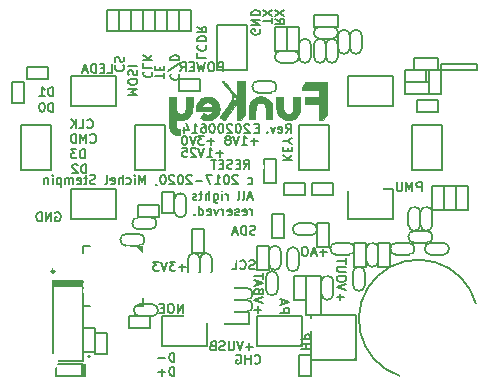
<source format=gbr>
G04 #@! TF.GenerationSoftware,KiCad,Pcbnew,5.1.5+dfsg1-2build2*
G04 #@! TF.CreationDate,2020-11-28T22:40:57+01:00*
G04 #@! TF.ProjectId,FunKey,46756e4b-6579-42e6-9b69-6361645f7063,E*
G04 #@! TF.SameCoordinates,Original*
G04 #@! TF.FileFunction,Legend,Bot*
G04 #@! TF.FilePolarity,Positive*
%FSLAX46Y46*%
G04 Gerber Fmt 4.6, Leading zero omitted, Abs format (unit mm)*
G04 Created by KiCad (PCBNEW 5.1.5+dfsg1-2build2) date 2020-11-28 22:40:57*
%MOMM*%
%LPD*%
G04 APERTURE LIST*
%ADD10C,0.162560*%
%ADD11C,0.127000*%
%ADD12C,0.254000*%
%ADD13C,0.152400*%
%ADD14C,0.010000*%
%ADD15C,0.154432*%
%ADD16C,1.100000*%
%ADD17R,1.101600X1.501600*%
%ADD18R,0.801600X1.101600*%
%ADD19R,1.301600X1.501600*%
%ADD20R,0.341600X1.001600*%
%ADD21R,2.201600X2.201600*%
%ADD22R,1.001600X0.341600*%
%ADD23R,0.651600X0.651600*%
%ADD24C,1.101600*%
%ADD25C,0.711200*%
%ADD26O,2.401600X1.501600*%
%ADD27C,1.066800*%
%ADD28R,1.066800X1.066800*%
%ADD29R,0.801600X0.601600*%
%ADD30R,0.863600X1.117600*%
%ADD31R,0.651600X0.701600*%
%ADD32R,0.701600X0.651600*%
%ADD33R,0.609600X0.609600*%
%ADD34C,1.117600*%
G04 APERTURE END LIST*
D10*
X98566562Y-59514860D02*
X98640101Y-59551630D01*
X98787179Y-59551630D01*
X98860718Y-59514860D01*
X98897488Y-59478091D01*
X98934257Y-59404552D01*
X98934257Y-59183935D01*
X98897488Y-59110396D01*
X98860718Y-59073626D01*
X98787179Y-59036857D01*
X98640101Y-59036857D01*
X98566562Y-59073626D01*
X97684094Y-58853009D02*
X97647324Y-58816240D01*
X97573785Y-58779470D01*
X97389937Y-58779470D01*
X97316398Y-58816240D01*
X97279629Y-58853009D01*
X97242859Y-58926548D01*
X97242859Y-59000087D01*
X97279629Y-59110396D01*
X97720863Y-59551630D01*
X97242859Y-59551630D01*
X96764856Y-58779470D02*
X96691316Y-58779470D01*
X96617777Y-58816240D01*
X96581008Y-58853009D01*
X96544238Y-58926548D01*
X96507469Y-59073626D01*
X96507469Y-59257474D01*
X96544238Y-59404552D01*
X96581008Y-59478091D01*
X96617777Y-59514860D01*
X96691316Y-59551630D01*
X96764856Y-59551630D01*
X96838395Y-59514860D01*
X96875164Y-59478091D01*
X96911934Y-59404552D01*
X96948703Y-59257474D01*
X96948703Y-59073626D01*
X96911934Y-58926548D01*
X96875164Y-58853009D01*
X96838395Y-58816240D01*
X96764856Y-58779470D01*
X95772078Y-59551630D02*
X96213313Y-59551630D01*
X95992696Y-59551630D02*
X95992696Y-58779470D01*
X96066235Y-58889779D01*
X96139774Y-58963318D01*
X96213313Y-59000087D01*
X95514692Y-58779470D02*
X94999918Y-58779470D01*
X95330844Y-59551630D01*
X94705762Y-59257474D02*
X94117450Y-59257474D01*
X93786524Y-58853009D02*
X93749755Y-58816240D01*
X93676216Y-58779470D01*
X93492368Y-58779470D01*
X93418829Y-58816240D01*
X93382059Y-58853009D01*
X93345290Y-58926548D01*
X93345290Y-59000087D01*
X93382059Y-59110396D01*
X93823294Y-59551630D01*
X93345290Y-59551630D01*
X92867286Y-58779470D02*
X92793747Y-58779470D01*
X92720208Y-58816240D01*
X92683438Y-58853009D01*
X92646669Y-58926548D01*
X92609899Y-59073626D01*
X92609899Y-59257474D01*
X92646669Y-59404552D01*
X92683438Y-59478091D01*
X92720208Y-59514860D01*
X92793747Y-59551630D01*
X92867286Y-59551630D01*
X92940825Y-59514860D01*
X92977595Y-59478091D01*
X93014364Y-59404552D01*
X93051134Y-59257474D01*
X93051134Y-59073626D01*
X93014364Y-58926548D01*
X92977595Y-58853009D01*
X92940825Y-58816240D01*
X92867286Y-58779470D01*
X92315743Y-58853009D02*
X92278974Y-58816240D01*
X92205435Y-58779470D01*
X92021587Y-58779470D01*
X91948048Y-58816240D01*
X91911278Y-58853009D01*
X91874509Y-58926548D01*
X91874509Y-59000087D01*
X91911278Y-59110396D01*
X92352513Y-59551630D01*
X91874509Y-59551630D01*
X91396505Y-58779470D02*
X91322966Y-58779470D01*
X91249427Y-58816240D01*
X91212657Y-58853009D01*
X91175888Y-58926548D01*
X91139118Y-59073626D01*
X91139118Y-59257474D01*
X91175888Y-59404552D01*
X91212657Y-59478091D01*
X91249427Y-59514860D01*
X91322966Y-59551630D01*
X91396505Y-59551630D01*
X91470044Y-59514860D01*
X91506814Y-59478091D01*
X91543583Y-59404552D01*
X91580353Y-59257474D01*
X91580353Y-59073626D01*
X91543583Y-58926548D01*
X91506814Y-58853009D01*
X91470044Y-58816240D01*
X91396505Y-58779470D01*
X90771423Y-59514860D02*
X90771423Y-59551630D01*
X90808193Y-59625169D01*
X90844962Y-59661939D01*
X89852185Y-59551630D02*
X89852185Y-58779470D01*
X89594798Y-59331013D01*
X89337412Y-58779470D01*
X89337412Y-59551630D01*
X88969716Y-59551630D02*
X88969716Y-59036857D01*
X88969716Y-58779470D02*
X89006486Y-58816240D01*
X88969716Y-58853009D01*
X88932947Y-58816240D01*
X88969716Y-58779470D01*
X88969716Y-58853009D01*
X88271096Y-59514860D02*
X88344635Y-59551630D01*
X88491713Y-59551630D01*
X88565252Y-59514860D01*
X88602021Y-59478091D01*
X88638791Y-59404552D01*
X88638791Y-59183935D01*
X88602021Y-59110396D01*
X88565252Y-59073626D01*
X88491713Y-59036857D01*
X88344635Y-59036857D01*
X88271096Y-59073626D01*
X87940170Y-59551630D02*
X87940170Y-58779470D01*
X87609244Y-59551630D02*
X87609244Y-59147165D01*
X87646014Y-59073626D01*
X87719553Y-59036857D01*
X87829861Y-59036857D01*
X87903400Y-59073626D01*
X87940170Y-59110396D01*
X86947393Y-59514860D02*
X87020932Y-59551630D01*
X87168010Y-59551630D01*
X87241549Y-59514860D01*
X87278318Y-59441321D01*
X87278318Y-59147165D01*
X87241549Y-59073626D01*
X87168010Y-59036857D01*
X87020932Y-59036857D01*
X86947393Y-59073626D01*
X86910623Y-59147165D01*
X86910623Y-59220704D01*
X87278318Y-59294243D01*
X86469389Y-59551630D02*
X86542928Y-59514860D01*
X86579697Y-59441321D01*
X86579697Y-58779470D01*
X85623690Y-59514860D02*
X85513381Y-59551630D01*
X85329534Y-59551630D01*
X85255995Y-59514860D01*
X85219225Y-59478091D01*
X85182456Y-59404552D01*
X85182456Y-59331013D01*
X85219225Y-59257474D01*
X85255995Y-59220704D01*
X85329534Y-59183935D01*
X85476612Y-59147165D01*
X85550151Y-59110396D01*
X85586920Y-59073626D01*
X85623690Y-59000087D01*
X85623690Y-58926548D01*
X85586920Y-58853009D01*
X85550151Y-58816240D01*
X85476612Y-58779470D01*
X85292764Y-58779470D01*
X85182456Y-58816240D01*
X84961838Y-59036857D02*
X84667682Y-59036857D01*
X84851530Y-58779470D02*
X84851530Y-59441321D01*
X84814760Y-59514860D01*
X84741221Y-59551630D01*
X84667682Y-59551630D01*
X84116139Y-59514860D02*
X84189678Y-59551630D01*
X84336756Y-59551630D01*
X84410296Y-59514860D01*
X84447065Y-59441321D01*
X84447065Y-59147165D01*
X84410296Y-59073626D01*
X84336756Y-59036857D01*
X84189678Y-59036857D01*
X84116139Y-59073626D01*
X84079370Y-59147165D01*
X84079370Y-59220704D01*
X84447065Y-59294243D01*
X83748444Y-59551630D02*
X83748444Y-59036857D01*
X83748444Y-59110396D02*
X83711675Y-59073626D01*
X83638136Y-59036857D01*
X83527827Y-59036857D01*
X83454288Y-59073626D01*
X83417518Y-59147165D01*
X83417518Y-59551630D01*
X83417518Y-59147165D02*
X83380749Y-59073626D01*
X83307210Y-59036857D01*
X83196901Y-59036857D01*
X83123362Y-59073626D01*
X83086593Y-59147165D01*
X83086593Y-59551630D01*
X82718897Y-59036857D02*
X82718897Y-59809017D01*
X82718897Y-59073626D02*
X82645358Y-59036857D01*
X82498280Y-59036857D01*
X82424741Y-59073626D01*
X82387972Y-59110396D01*
X82351202Y-59183935D01*
X82351202Y-59404552D01*
X82387972Y-59478091D01*
X82424741Y-59514860D01*
X82498280Y-59551630D01*
X82645358Y-59551630D01*
X82718897Y-59514860D01*
X82020276Y-59551630D02*
X82020276Y-59036857D01*
X82020276Y-58779470D02*
X82057046Y-58816240D01*
X82020276Y-58853009D01*
X81983507Y-58816240D01*
X82020276Y-58779470D01*
X82020276Y-58853009D01*
X81652581Y-59036857D02*
X81652581Y-59551630D01*
X81652581Y-59110396D02*
X81615812Y-59073626D01*
X81542273Y-59036857D01*
X81431964Y-59036857D01*
X81358425Y-59073626D01*
X81321656Y-59147165D01*
X81321656Y-59551630D01*
X98934257Y-60651813D02*
X98566562Y-60651813D01*
X99007796Y-60872430D02*
X98750410Y-60100270D01*
X98493023Y-60872430D01*
X98125328Y-60872430D02*
X98198867Y-60835660D01*
X98235636Y-60762121D01*
X98235636Y-60100270D01*
X97720863Y-60872430D02*
X97794402Y-60835660D01*
X97831172Y-60762121D01*
X97831172Y-60100270D01*
X96838395Y-60872430D02*
X96838395Y-60357657D01*
X96838395Y-60504735D02*
X96801625Y-60431196D01*
X96764856Y-60394426D01*
X96691316Y-60357657D01*
X96617777Y-60357657D01*
X96360391Y-60872430D02*
X96360391Y-60357657D01*
X96360391Y-60100270D02*
X96397160Y-60137040D01*
X96360391Y-60173809D01*
X96323621Y-60137040D01*
X96360391Y-60100270D01*
X96360391Y-60173809D01*
X95661770Y-60357657D02*
X95661770Y-60982739D01*
X95698539Y-61056278D01*
X95735309Y-61093047D01*
X95808848Y-61129817D01*
X95919156Y-61129817D01*
X95992696Y-61093047D01*
X95661770Y-60835660D02*
X95735309Y-60872430D01*
X95882387Y-60872430D01*
X95955926Y-60835660D01*
X95992696Y-60798891D01*
X96029465Y-60725352D01*
X96029465Y-60504735D01*
X95992696Y-60431196D01*
X95955926Y-60394426D01*
X95882387Y-60357657D01*
X95735309Y-60357657D01*
X95661770Y-60394426D01*
X95294075Y-60872430D02*
X95294075Y-60100270D01*
X94963149Y-60872430D02*
X94963149Y-60467965D01*
X94999918Y-60394426D01*
X95073457Y-60357657D01*
X95183766Y-60357657D01*
X95257305Y-60394426D01*
X95294075Y-60431196D01*
X94705762Y-60357657D02*
X94411606Y-60357657D01*
X94595454Y-60100270D02*
X94595454Y-60762121D01*
X94558684Y-60835660D01*
X94485145Y-60872430D01*
X94411606Y-60872430D01*
X94190989Y-60835660D02*
X94117450Y-60872430D01*
X93970372Y-60872430D01*
X93896833Y-60835660D01*
X93860063Y-60762121D01*
X93860063Y-60725352D01*
X93896833Y-60651813D01*
X93970372Y-60615043D01*
X94080680Y-60615043D01*
X94154219Y-60578274D01*
X94190989Y-60504735D01*
X94190989Y-60467965D01*
X94154219Y-60394426D01*
X94080680Y-60357657D01*
X93970372Y-60357657D01*
X93896833Y-60394426D01*
X98897488Y-62193230D02*
X98897488Y-61678457D01*
X98897488Y-61825535D02*
X98860718Y-61751996D01*
X98823949Y-61715226D01*
X98750410Y-61678457D01*
X98676871Y-61678457D01*
X98125328Y-62156460D02*
X98198867Y-62193230D01*
X98345945Y-62193230D01*
X98419484Y-62156460D01*
X98456254Y-62082921D01*
X98456254Y-61788765D01*
X98419484Y-61715226D01*
X98345945Y-61678457D01*
X98198867Y-61678457D01*
X98125328Y-61715226D01*
X98088558Y-61788765D01*
X98088558Y-61862304D01*
X98456254Y-61935843D01*
X97794402Y-62156460D02*
X97720863Y-62193230D01*
X97573785Y-62193230D01*
X97500246Y-62156460D01*
X97463476Y-62082921D01*
X97463476Y-62046152D01*
X97500246Y-61972613D01*
X97573785Y-61935843D01*
X97684094Y-61935843D01*
X97757633Y-61899074D01*
X97794402Y-61825535D01*
X97794402Y-61788765D01*
X97757633Y-61715226D01*
X97684094Y-61678457D01*
X97573785Y-61678457D01*
X97500246Y-61715226D01*
X96838395Y-62156460D02*
X96911934Y-62193230D01*
X97059012Y-62193230D01*
X97132551Y-62156460D01*
X97169320Y-62082921D01*
X97169320Y-61788765D01*
X97132551Y-61715226D01*
X97059012Y-61678457D01*
X96911934Y-61678457D01*
X96838395Y-61715226D01*
X96801625Y-61788765D01*
X96801625Y-61862304D01*
X97169320Y-61935843D01*
X96470699Y-62193230D02*
X96470699Y-61678457D01*
X96470699Y-61825535D02*
X96433930Y-61751996D01*
X96397160Y-61715226D01*
X96323621Y-61678457D01*
X96250082Y-61678457D01*
X96066235Y-61678457D02*
X95882387Y-62193230D01*
X95698539Y-61678457D01*
X95110227Y-62156460D02*
X95183766Y-62193230D01*
X95330844Y-62193230D01*
X95404383Y-62156460D01*
X95441153Y-62082921D01*
X95441153Y-61788765D01*
X95404383Y-61715226D01*
X95330844Y-61678457D01*
X95183766Y-61678457D01*
X95110227Y-61715226D01*
X95073457Y-61788765D01*
X95073457Y-61862304D01*
X95441153Y-61935843D01*
X94411606Y-62193230D02*
X94411606Y-61421070D01*
X94411606Y-62156460D02*
X94485145Y-62193230D01*
X94632223Y-62193230D01*
X94705762Y-62156460D01*
X94742532Y-62119691D01*
X94779301Y-62046152D01*
X94779301Y-61825535D01*
X94742532Y-61751996D01*
X94705762Y-61715226D01*
X94632223Y-61678457D01*
X94485145Y-61678457D01*
X94411606Y-61715226D01*
X94043911Y-62119691D02*
X94007141Y-62156460D01*
X94043911Y-62193230D01*
X94080680Y-62156460D01*
X94043911Y-62119691D01*
X94043911Y-62193230D01*
X101758254Y-55213310D02*
X102015640Y-54845615D01*
X102199488Y-55213310D02*
X102199488Y-54441150D01*
X101905332Y-54441150D01*
X101831793Y-54477920D01*
X101795023Y-54514689D01*
X101758254Y-54588228D01*
X101758254Y-54698537D01*
X101795023Y-54772076D01*
X101831793Y-54808845D01*
X101905332Y-54845615D01*
X102199488Y-54845615D01*
X101133172Y-55176540D02*
X101206711Y-55213310D01*
X101353789Y-55213310D01*
X101427328Y-55176540D01*
X101464097Y-55103001D01*
X101464097Y-54808845D01*
X101427328Y-54735306D01*
X101353789Y-54698537D01*
X101206711Y-54698537D01*
X101133172Y-54735306D01*
X101096402Y-54808845D01*
X101096402Y-54882384D01*
X101464097Y-54955923D01*
X100839016Y-54698537D02*
X100655168Y-55213310D01*
X100471320Y-54698537D01*
X100177164Y-55139771D02*
X100140395Y-55176540D01*
X100177164Y-55213310D01*
X100213934Y-55176540D01*
X100177164Y-55139771D01*
X100177164Y-55213310D01*
X98680257Y-54514689D02*
X98643488Y-54477920D01*
X98569949Y-54441150D01*
X98386101Y-54441150D01*
X98312562Y-54477920D01*
X98275793Y-54514689D01*
X98239023Y-54588228D01*
X98239023Y-54661767D01*
X98275793Y-54772076D01*
X98717027Y-55213310D01*
X98239023Y-55213310D01*
X97761019Y-54441150D02*
X97687480Y-54441150D01*
X97613941Y-54477920D01*
X97577172Y-54514689D01*
X97540402Y-54588228D01*
X97503633Y-54735306D01*
X97503633Y-54919154D01*
X97540402Y-55066232D01*
X97577172Y-55139771D01*
X97613941Y-55176540D01*
X97687480Y-55213310D01*
X97761019Y-55213310D01*
X97834558Y-55176540D01*
X97871328Y-55139771D01*
X97908097Y-55066232D01*
X97944867Y-54919154D01*
X97944867Y-54735306D01*
X97908097Y-54588228D01*
X97871328Y-54514689D01*
X97834558Y-54477920D01*
X97761019Y-54441150D01*
X97209476Y-54514689D02*
X97172707Y-54477920D01*
X97099168Y-54441150D01*
X96915320Y-54441150D01*
X96841781Y-54477920D01*
X96805012Y-54514689D01*
X96768242Y-54588228D01*
X96768242Y-54661767D01*
X96805012Y-54772076D01*
X97246246Y-55213310D01*
X96768242Y-55213310D01*
X96290238Y-54441150D02*
X96216699Y-54441150D01*
X96143160Y-54477920D01*
X96106391Y-54514689D01*
X96069621Y-54588228D01*
X96032852Y-54735306D01*
X96032852Y-54919154D01*
X96069621Y-55066232D01*
X96106391Y-55139771D01*
X96143160Y-55176540D01*
X96216699Y-55213310D01*
X96290238Y-55213310D01*
X96363777Y-55176540D01*
X96400547Y-55139771D01*
X96437316Y-55066232D01*
X96474086Y-54919154D01*
X96474086Y-54735306D01*
X96437316Y-54588228D01*
X96400547Y-54514689D01*
X96363777Y-54477920D01*
X96290238Y-54441150D01*
X95554848Y-54441150D02*
X95481309Y-54441150D01*
X95407770Y-54477920D01*
X95371000Y-54514689D01*
X95334231Y-54588228D01*
X95297461Y-54735306D01*
X95297461Y-54919154D01*
X95334231Y-55066232D01*
X95371000Y-55139771D01*
X95407770Y-55176540D01*
X95481309Y-55213310D01*
X95554848Y-55213310D01*
X95628387Y-55176540D01*
X95665156Y-55139771D01*
X95701926Y-55066232D01*
X95738696Y-54919154D01*
X95738696Y-54735306D01*
X95701926Y-54588228D01*
X95665156Y-54514689D01*
X95628387Y-54477920D01*
X95554848Y-54441150D01*
X94635610Y-54441150D02*
X94782688Y-54441150D01*
X94856227Y-54477920D01*
X94892996Y-54514689D01*
X94966536Y-54624998D01*
X95003305Y-54772076D01*
X95003305Y-55066232D01*
X94966536Y-55139771D01*
X94929766Y-55176540D01*
X94856227Y-55213310D01*
X94709149Y-55213310D01*
X94635610Y-55176540D01*
X94598840Y-55139771D01*
X94562071Y-55066232D01*
X94562071Y-54882384D01*
X94598840Y-54808845D01*
X94635610Y-54772076D01*
X94709149Y-54735306D01*
X94856227Y-54735306D01*
X94929766Y-54772076D01*
X94966536Y-54808845D01*
X95003305Y-54882384D01*
X93826680Y-55213310D02*
X94267915Y-55213310D01*
X94047297Y-55213310D02*
X94047297Y-54441150D01*
X94120836Y-54551459D01*
X94194376Y-54624998D01*
X94267915Y-54661767D01*
X93164829Y-54698537D02*
X93164829Y-55213310D01*
X93348676Y-54404380D02*
X93532524Y-54955923D01*
X93054520Y-54955923D01*
X99472488Y-54808845D02*
X99215101Y-54808845D01*
X99104793Y-55213310D02*
X99472488Y-55213310D01*
X99472488Y-54441150D01*
X99104793Y-54441150D01*
X100864609Y-45565132D02*
X101232304Y-45822519D01*
X100864609Y-46006366D02*
X101636769Y-46006366D01*
X101636769Y-45712210D01*
X101600000Y-45638671D01*
X101563230Y-45601902D01*
X101489691Y-45565132D01*
X101379382Y-45565132D01*
X101305843Y-45601902D01*
X101269074Y-45638671D01*
X101232304Y-45712210D01*
X101232304Y-46006366D01*
X101636769Y-45307745D02*
X100864609Y-44792972D01*
X101636769Y-44792972D02*
X100864609Y-45307745D01*
X100620769Y-45932827D02*
X100620769Y-45491593D01*
X99848609Y-45712210D02*
X100620769Y-45712210D01*
X100620769Y-45307745D02*
X99848609Y-44792972D01*
X100620769Y-44792972D02*
X99848609Y-45307745D01*
X99568000Y-46447601D02*
X99604769Y-46521140D01*
X99604769Y-46631448D01*
X99568000Y-46741757D01*
X99494460Y-46815296D01*
X99420921Y-46852065D01*
X99273843Y-46888835D01*
X99163535Y-46888835D01*
X99016457Y-46852065D01*
X98942918Y-46815296D01*
X98869379Y-46741757D01*
X98832609Y-46631448D01*
X98832609Y-46557909D01*
X98869379Y-46447601D01*
X98906148Y-46410831D01*
X99163535Y-46410831D01*
X99163535Y-46557909D01*
X98832609Y-46079905D02*
X99604769Y-46079905D01*
X98832609Y-45638671D01*
X99604769Y-45638671D01*
X98832609Y-45270976D02*
X99604769Y-45270976D01*
X99604769Y-45087128D01*
X99568000Y-44976820D01*
X99494460Y-44903281D01*
X99420921Y-44866511D01*
X99273843Y-44829742D01*
X99163535Y-44829742D01*
X99016457Y-44866511D01*
X98942918Y-44903281D01*
X98869379Y-44976820D01*
X98832609Y-45087128D01*
X98832609Y-45270976D01*
D11*
X114935000Y-49377600D02*
X114935000Y-49885600D01*
X117983000Y-49377600D02*
X114935000Y-49377600D01*
X117983000Y-49885600D02*
X117983000Y-49377600D01*
X114935000Y-49885600D02*
X117983000Y-49885600D01*
X111375998Y-75776000D02*
G75*
G02X117853000Y-69680000I1607261J4781193D01*
G01*
G36*
X107696000Y-74422000D02*
G01*
X107378500Y-74422000D01*
X107696000Y-74104500D01*
X107696000Y-74422000D01*
G37*
X103886000Y-74422000D02*
X107696000Y-74422000D01*
X103886000Y-70612000D02*
X103886000Y-74422000D01*
X107696000Y-70612000D02*
X103886000Y-70612000D01*
X107696000Y-74422000D02*
X107696000Y-70612000D01*
D12*
X82169000Y-66929000D02*
G75*
G03X82169000Y-66929000I-127000J0D01*
G01*
D11*
G36*
X81978500Y-68199000D02*
G01*
X81978500Y-67691000D01*
X84645500Y-67691000D01*
X84645500Y-68199000D01*
X81978500Y-68199000D01*
G37*
X82042000Y-74549000D02*
X84582000Y-74549000D01*
X82042000Y-68199000D02*
X82042000Y-74549000D01*
X84582000Y-68199000D02*
X82042000Y-68199000D01*
X84582000Y-74549000D02*
X84582000Y-68199000D01*
G36*
X89662000Y-64770000D02*
G01*
X89662000Y-65405000D01*
X89027000Y-64770000D01*
X89662000Y-64770000D01*
G37*
X84582000Y-69850000D02*
X84582000Y-69215000D01*
X85217000Y-69850000D02*
X84582000Y-69850000D01*
X89662000Y-69850000D02*
X89027000Y-69850000D01*
X89662000Y-69215000D02*
X89662000Y-69850000D01*
X84582000Y-64770000D02*
X84582000Y-65405000D01*
X85217000Y-64770000D02*
X84582000Y-64770000D01*
X95930000Y-49855000D02*
X98470000Y-49855000D01*
X95930000Y-46045000D02*
X95930000Y-49855000D01*
X98470000Y-46045000D02*
X95930000Y-46045000D01*
X98470000Y-49855000D02*
X98470000Y-46045000D01*
X87355000Y-52920000D02*
X87355000Y-50380000D01*
X83545000Y-52920000D02*
X87355000Y-52920000D01*
X83545000Y-50380000D02*
X83545000Y-52920000D01*
X87355000Y-50380000D02*
X83545000Y-50380000D01*
X91520000Y-54545000D02*
X88980000Y-54545000D01*
X91520000Y-58355000D02*
X91520000Y-54545000D01*
X88980000Y-58355000D02*
X91520000Y-58355000D01*
X88980000Y-54545000D02*
X88980000Y-58355000D01*
X83545000Y-59980000D02*
X83545000Y-62520000D01*
X87355000Y-59980000D02*
X83545000Y-59980000D01*
X87355000Y-62520000D02*
X87355000Y-59980000D01*
X83545000Y-62520000D02*
X87355000Y-62520000D01*
X79380000Y-58355000D02*
X81920000Y-58355000D01*
X79380000Y-54545000D02*
X79380000Y-58355000D01*
X81920000Y-54545000D02*
X79380000Y-54545000D01*
X81920000Y-58355000D02*
X81920000Y-54545000D01*
X107045000Y-50370000D02*
X107045000Y-52910000D01*
X110855000Y-50370000D02*
X107045000Y-50370000D01*
X110855000Y-52910000D02*
X110855000Y-50370000D01*
X107045000Y-52910000D02*
X110855000Y-52910000D01*
X112480000Y-58355000D02*
X115020000Y-58355000D01*
X112480000Y-54545000D02*
X112480000Y-58355000D01*
X115020000Y-54545000D02*
X112480000Y-54545000D01*
X115020000Y-58355000D02*
X115020000Y-54545000D01*
X110855000Y-62530000D02*
X110855000Y-59990000D01*
X107045000Y-62530000D02*
X110855000Y-62530000D01*
X107045000Y-59990000D02*
X107045000Y-62530000D01*
X110855000Y-59990000D02*
X107045000Y-59990000D01*
X105420000Y-54545000D02*
X102880000Y-54545000D01*
X105420000Y-58355000D02*
X105420000Y-54545000D01*
X102880000Y-58355000D02*
X105420000Y-58355000D01*
X102880000Y-54545000D02*
X102880000Y-58355000D01*
X95105000Y-73220000D02*
X95105000Y-70680000D01*
X91295000Y-73220000D02*
X95105000Y-73220000D01*
X91295000Y-70680000D02*
X91295000Y-73220000D01*
X95105000Y-70680000D02*
X91295000Y-70680000D01*
X99295000Y-70680000D02*
X99295000Y-73220000D01*
X103105000Y-70680000D02*
X99295000Y-70680000D01*
X103105000Y-73220000D02*
X103105000Y-70680000D01*
X99295000Y-73220000D02*
X103105000Y-73220000D01*
D13*
X85166200Y-74168000D02*
G75*
G03X85166200Y-74168000I-76200J0D01*
G01*
D11*
G36*
X84836000Y-75882500D02*
G01*
X84455000Y-75882500D01*
X84455000Y-74739500D01*
X84836000Y-74739500D01*
X84836000Y-75882500D01*
G37*
X84582000Y-74803000D02*
X84582000Y-75819000D01*
X82296000Y-74803000D02*
X84582000Y-74803000D01*
X82296000Y-75819000D02*
X82296000Y-74803000D01*
X84582000Y-75819000D02*
X82296000Y-75819000D01*
X103505000Y-67310000D02*
X104775000Y-67310000D01*
X103505000Y-70612000D02*
X103505000Y-67310000D01*
X104775000Y-70612000D02*
X103505000Y-70612000D01*
X104775000Y-67310000D02*
X104775000Y-70612000D01*
X92710000Y-51689000D02*
X92710000Y-50673000D01*
X94488000Y-51689000D02*
X92710000Y-51689000D01*
X94488000Y-50673000D02*
X94488000Y-51689000D01*
X92710000Y-50673000D02*
X94488000Y-50673000D01*
X85598000Y-72136000D02*
X86614000Y-72136000D01*
X85598000Y-73914000D02*
X85598000Y-72136000D01*
X86614000Y-73914000D02*
X85598000Y-73914000D01*
X86614000Y-72136000D02*
X86614000Y-73914000D01*
X89662000Y-44831000D02*
X90678000Y-44831000D01*
X89662000Y-46609000D02*
X89662000Y-44831000D01*
X90678000Y-46609000D02*
X89662000Y-46609000D01*
X90678000Y-44831000D02*
X90678000Y-46609000D01*
X91694000Y-44831000D02*
X92710000Y-44831000D01*
X91694000Y-46609000D02*
X91694000Y-44831000D01*
X92710000Y-46609000D02*
X91694000Y-46609000D01*
X92710000Y-44831000D02*
X92710000Y-46609000D01*
X86614000Y-44831000D02*
X87630000Y-44831000D01*
X86614000Y-46609000D02*
X86614000Y-44831000D01*
X87630000Y-46609000D02*
X86614000Y-46609000D01*
X87630000Y-44831000D02*
X87630000Y-46609000D01*
X92710000Y-44831000D02*
X93726000Y-44831000D01*
X92710000Y-46609000D02*
X92710000Y-44831000D01*
X93726000Y-46609000D02*
X92710000Y-46609000D01*
X93726000Y-44831000D02*
X93726000Y-46609000D01*
X88646000Y-44831000D02*
X89662000Y-44831000D01*
X88646000Y-46609000D02*
X88646000Y-44831000D01*
X89662000Y-46609000D02*
X88646000Y-46609000D01*
X89662000Y-44831000D02*
X89662000Y-46609000D01*
X87630000Y-44831000D02*
X88646000Y-44831000D01*
X87630000Y-46609000D02*
X87630000Y-44831000D01*
X88646000Y-46609000D02*
X87630000Y-46609000D01*
X88646000Y-44831000D02*
X88646000Y-46609000D01*
X103886000Y-75819000D02*
X102870000Y-75819000D01*
X103886000Y-74041000D02*
X103886000Y-75819000D01*
X102870000Y-74041000D02*
X103886000Y-74041000D01*
X102870000Y-75819000D02*
X102870000Y-74041000D01*
X90297000Y-70739000D02*
X90297000Y-71755000D01*
X88519000Y-70739000D02*
X90297000Y-70739000D01*
X88519000Y-71755000D02*
X88519000Y-70739000D01*
X90297000Y-71755000D02*
X88519000Y-71755000D01*
X78613000Y-50927000D02*
X79629000Y-50927000D01*
X78613000Y-52705000D02*
X78613000Y-50927000D01*
X79629000Y-52705000D02*
X78613000Y-52705000D01*
X79629000Y-50927000D02*
X79629000Y-52705000D01*
X91059000Y-61341000D02*
X91059000Y-62357000D01*
X89281000Y-61341000D02*
X91059000Y-61341000D01*
X89281000Y-62357000D02*
X89281000Y-61341000D01*
X91059000Y-62357000D02*
X89281000Y-62357000D01*
X92329000Y-61976000D02*
X91313000Y-61976000D01*
X92329000Y-60198000D02*
X92329000Y-61976000D01*
X91313000Y-60198000D02*
X92329000Y-60198000D01*
X91313000Y-61976000D02*
X91313000Y-60198000D01*
X79883000Y-50673000D02*
X79883000Y-49657000D01*
X81661000Y-50673000D02*
X79883000Y-50673000D01*
X81661000Y-49657000D02*
X81661000Y-50673000D01*
X79883000Y-49657000D02*
X81661000Y-49657000D01*
X103378000Y-59436000D02*
X103378000Y-60452000D01*
X101600000Y-59436000D02*
X103378000Y-59436000D01*
X101600000Y-60452000D02*
X101600000Y-59436000D01*
X103378000Y-60452000D02*
X101600000Y-60452000D01*
X105791000Y-59436000D02*
X105791000Y-60452000D01*
X104013000Y-59436000D02*
X105791000Y-59436000D01*
X104013000Y-60452000D02*
X104013000Y-59436000D01*
X105791000Y-60452000D02*
X104013000Y-60452000D01*
X114681000Y-52451000D02*
X114681000Y-53467000D01*
X112903000Y-52451000D02*
X114681000Y-52451000D01*
X112903000Y-53467000D02*
X112903000Y-52451000D01*
X114681000Y-53467000D02*
X112903000Y-53467000D01*
X113665000Y-49911000D02*
X113665000Y-50927000D01*
X111887000Y-49911000D02*
X113665000Y-49911000D01*
X111887000Y-50927000D02*
X111887000Y-49911000D01*
X113665000Y-50927000D02*
X111887000Y-50927000D01*
X90678000Y-44831000D02*
X91694000Y-44831000D01*
X90678000Y-46609000D02*
X90678000Y-44831000D01*
X91694000Y-46609000D02*
X90678000Y-46609000D01*
X91694000Y-44831000D02*
X91694000Y-46609000D01*
X89400002Y-69723000D02*
G75*
G03X89400000Y-70739000I-1J-508000D01*
G01*
X90432000Y-70739000D02*
X89400000Y-70739000D01*
X90431998Y-70739000D02*
G75*
G03X90432000Y-69723000I1J508000D01*
G01*
X89400000Y-69723000D02*
X90432000Y-69723000D01*
X100076000Y-68460998D02*
G75*
G03X101092000Y-68461000I508000J-1D01*
G01*
X101092000Y-67429000D02*
X101092000Y-68461000D01*
X101092000Y-67429002D02*
G75*
G03X100076000Y-67429000I-508000J1D01*
G01*
X100076000Y-68461000D02*
X100076000Y-67429000D01*
X97401002Y-69342000D02*
G75*
G03X97401000Y-70358000I-1J-508000D01*
G01*
X98433000Y-70358000D02*
X97401000Y-70358000D01*
X98432998Y-70358000D02*
G75*
G03X98433000Y-69342000I1J508000D01*
G01*
X97401000Y-69342000D02*
X98433000Y-69342000D01*
X95504000Y-65905002D02*
G75*
G03X94488000Y-65905000I-508000J1D01*
G01*
X94488000Y-66937000D02*
X94488000Y-65905000D01*
X94488000Y-66936998D02*
G75*
G03X95504000Y-66937000I508000J-1D01*
G01*
X95504000Y-65905000D02*
X95504000Y-66937000D01*
X97401002Y-68326000D02*
G75*
G03X97401000Y-69342000I-1J-508000D01*
G01*
X98433000Y-69342000D02*
X97401000Y-69342000D01*
X98432998Y-69342000D02*
G75*
G03X98433000Y-68326000I1J508000D01*
G01*
X97401000Y-68326000D02*
X98433000Y-68326000D01*
X106172000Y-48013998D02*
G75*
G03X107188000Y-48014000I508000J-1D01*
G01*
X107188000Y-46982000D02*
X107188000Y-48014000D01*
X107188000Y-46982002D02*
G75*
G03X106172000Y-46982000I-508000J1D01*
G01*
X106172000Y-48014000D02*
X106172000Y-46982000D01*
X104640002Y-46228000D02*
G75*
G03X104640000Y-47244000I-1J-508000D01*
G01*
X105672000Y-47244000D02*
X104640000Y-47244000D01*
X105671998Y-47244000D02*
G75*
G03X105672000Y-46228000I1J508000D01*
G01*
X104640000Y-46228000D02*
X105672000Y-46228000D01*
X100464998Y-51816000D02*
G75*
G03X100465000Y-50800000I1J508000D01*
G01*
X99433000Y-50800000D02*
X100465000Y-50800000D01*
X99433002Y-50800000D02*
G75*
G03X99433000Y-51816000I-1J-508000D01*
G01*
X100465000Y-51816000D02*
X99433000Y-51816000D01*
X113157000Y-62999998D02*
G75*
G03X114173000Y-63000000I508000J-1D01*
G01*
X114173000Y-61968000D02*
X114173000Y-63000000D01*
X114173000Y-61968002D02*
G75*
G03X113157000Y-61968000I-508000J1D01*
G01*
X113157000Y-63000000D02*
X113157000Y-61968000D01*
X108458000Y-67048002D02*
G75*
G03X107442000Y-67048000I-508000J1D01*
G01*
X107442000Y-68080000D02*
X107442000Y-67048000D01*
X107442000Y-68079998D02*
G75*
G03X108458000Y-68080000I508000J-1D01*
G01*
X108458000Y-67048000D02*
X108458000Y-68080000D01*
X104140000Y-48775998D02*
G75*
G03X105156000Y-48776000I508000J-1D01*
G01*
X105156000Y-47744000D02*
X105156000Y-48776000D01*
X105156000Y-47744002D02*
G75*
G03X104140000Y-47744000I-508000J1D01*
G01*
X104140000Y-48776000D02*
X104140000Y-47744000D01*
X107188000Y-48013998D02*
G75*
G03X108204000Y-48014000I508000J-1D01*
G01*
X108204000Y-46982000D02*
X108204000Y-48014000D01*
X108204000Y-46982002D02*
G75*
G03X107188000Y-46982000I-508000J1D01*
G01*
X107188000Y-48014000D02*
X107188000Y-46982000D01*
X101854000Y-66428998D02*
G75*
G03X102870000Y-66429000I508000J-1D01*
G01*
X102870000Y-65397000D02*
X102870000Y-66429000D01*
X102870000Y-65397002D02*
G75*
G03X101854000Y-65397000I-508000J1D01*
G01*
X101854000Y-66429000D02*
X101854000Y-65397000D01*
X112141000Y-62999998D02*
G75*
G03X113157000Y-63000000I508000J-1D01*
G01*
X113157000Y-61968000D02*
X113157000Y-63000000D01*
X113157000Y-61968002D02*
G75*
G03X112141000Y-61968000I-508000J1D01*
G01*
X112141000Y-63000000D02*
X112141000Y-61968000D01*
X102870000Y-48775998D02*
G75*
G03X103886000Y-48776000I508000J-1D01*
G01*
X103886000Y-47744000D02*
X103886000Y-48776000D01*
X103886000Y-47744002D02*
G75*
G03X102870000Y-47744000I-508000J1D01*
G01*
X102870000Y-48776000D02*
X102870000Y-47744000D01*
X102369998Y-49276000D02*
G75*
G03X102370000Y-48260000I1J508000D01*
G01*
X101338000Y-48260000D02*
X102370000Y-48260000D01*
X101338002Y-48260000D02*
G75*
G03X101338000Y-49276000I-1J-508000D01*
G01*
X102370000Y-49276000D02*
X101338000Y-49276000D01*
X101346000Y-65270002D02*
G75*
G03X100330000Y-65270000I-508000J1D01*
G01*
X100330000Y-66302000D02*
X100330000Y-65270000D01*
X100330000Y-66301998D02*
G75*
G03X101346000Y-66302000I508000J-1D01*
G01*
X101346000Y-65270000D02*
X101346000Y-66302000D01*
X105156000Y-48775998D02*
G75*
G03X106172000Y-48776000I508000J-1D01*
G01*
X106172000Y-47744000D02*
X106172000Y-48776000D01*
X106172000Y-47744002D02*
G75*
G03X105156000Y-47744000I-508000J1D01*
G01*
X105156000Y-48776000D02*
X105156000Y-47744000D01*
X104775000Y-68841998D02*
G75*
G03X105791000Y-68842000I508000J-1D01*
G01*
X105791000Y-67810000D02*
X105791000Y-68842000D01*
X105791000Y-67810002D02*
G75*
G03X104775000Y-67810000I-508000J1D01*
G01*
X104775000Y-68842000D02*
X104775000Y-67810000D01*
X102862002Y-62865000D02*
G75*
G03X102862000Y-63881000I-1J-508000D01*
G01*
X103894000Y-63881000D02*
X102862000Y-63881000D01*
X103893998Y-63881000D02*
G75*
G03X103894000Y-62865000I1J508000D01*
G01*
X102862000Y-62865000D02*
X103894000Y-62865000D01*
X113672998Y-64516000D02*
G75*
G03X113673000Y-63500000I1J508000D01*
G01*
X112641000Y-63500000D02*
X113673000Y-63500000D01*
X112641002Y-63500000D02*
G75*
G03X112641000Y-64516000I-1J-508000D01*
G01*
X113673000Y-64516000D02*
X112641000Y-64516000D01*
X112148998Y-65532000D02*
G75*
G03X112149000Y-64516000I1J508000D01*
G01*
X111117000Y-64516000D02*
X112149000Y-64516000D01*
X111117002Y-64516000D02*
G75*
G03X111117000Y-65532000I-1J-508000D01*
G01*
X112149000Y-65532000D02*
X111117000Y-65532000D01*
X109601000Y-65016002D02*
G75*
G03X108585000Y-65016000I-508000J1D01*
G01*
X108585000Y-66048000D02*
X108585000Y-65016000D01*
X108585000Y-66047998D02*
G75*
G03X109601000Y-66048000I508000J-1D01*
G01*
X109601000Y-65016000D02*
X109601000Y-66048000D01*
X107068998Y-65532000D02*
G75*
G03X107069000Y-64516000I1J508000D01*
G01*
X106037000Y-64516000D02*
X107069000Y-64516000D01*
X106037002Y-64516000D02*
G75*
G03X106037000Y-65532000I-1J-508000D01*
G01*
X107069000Y-65532000D02*
X106037000Y-65532000D01*
X114038002Y-64516000D02*
G75*
G03X114038000Y-65532000I-1J-508000D01*
G01*
X115070000Y-65532000D02*
X114038000Y-65532000D01*
X115069998Y-65532000D02*
G75*
G03X115070000Y-64516000I1J508000D01*
G01*
X114038000Y-64516000D02*
X115070000Y-64516000D01*
X93345000Y-60825002D02*
G75*
G03X92329000Y-60825000I-508000J1D01*
G01*
X92329000Y-61857000D02*
X92329000Y-60825000D01*
X92329000Y-61856998D02*
G75*
G03X93345000Y-61857000I508000J-1D01*
G01*
X93345000Y-60825000D02*
X93345000Y-61857000D01*
X88257002Y-63754000D02*
G75*
G03X88257000Y-64770000I-1J-508000D01*
G01*
X89289000Y-64770000D02*
X88257000Y-64770000D01*
X89288998Y-64770000D02*
G75*
G03X89289000Y-63754000I1J508000D01*
G01*
X88257000Y-63754000D02*
X89289000Y-63754000D01*
X89273002Y-62357000D02*
G75*
G03X89273000Y-63373000I-1J-508000D01*
G01*
X90305000Y-63373000D02*
X89273000Y-63373000D01*
X90304998Y-63373000D02*
G75*
G03X90305000Y-62357000I1J508000D01*
G01*
X89273000Y-62357000D02*
X90305000Y-62357000D01*
X93472000Y-66936998D02*
G75*
G03X94488000Y-66937000I508000J-1D01*
G01*
X94488000Y-65905000D02*
X94488000Y-66937000D01*
X94488000Y-65905002D02*
G75*
G03X93472000Y-65905000I-508000J1D01*
G01*
X93472000Y-66937000D02*
X93472000Y-65905000D01*
X96647000Y-71374000D02*
X96647000Y-70358000D01*
X98679000Y-71374000D02*
X96647000Y-71374000D01*
X98679000Y-70358000D02*
X98679000Y-71374000D01*
X96647000Y-70358000D02*
X98679000Y-70358000D01*
X100584000Y-62103000D02*
X101600000Y-62103000D01*
X100584000Y-64135000D02*
X100584000Y-62103000D01*
X101600000Y-64135000D02*
X100584000Y-64135000D01*
X101600000Y-62103000D02*
X101600000Y-64135000D01*
X94869000Y-65405000D02*
X93853000Y-65405000D01*
X94869000Y-63373000D02*
X94869000Y-65405000D01*
X93853000Y-63373000D02*
X94869000Y-63373000D01*
X93853000Y-65405000D02*
X93853000Y-63373000D01*
X100330000Y-66802000D02*
X99314000Y-66802000D01*
X100330000Y-64770000D02*
X100330000Y-66802000D01*
X99314000Y-64770000D02*
X100330000Y-64770000D01*
X99314000Y-66802000D02*
X99314000Y-64770000D01*
X116205000Y-61722000D02*
X115189000Y-61722000D01*
X116205000Y-59690000D02*
X116205000Y-61722000D01*
X115189000Y-59690000D02*
X116205000Y-59690000D01*
X115189000Y-61722000D02*
X115189000Y-59690000D01*
X115189000Y-61722000D02*
X114173000Y-61722000D01*
X115189000Y-59690000D02*
X115189000Y-61722000D01*
X114173000Y-59690000D02*
X115189000Y-59690000D01*
X114173000Y-61722000D02*
X114173000Y-59690000D01*
X99949000Y-57404000D02*
X100965000Y-57404000D01*
X99949000Y-59436000D02*
X99949000Y-57404000D01*
X100965000Y-59436000D02*
X99949000Y-59436000D01*
X100965000Y-57404000D02*
X100965000Y-59436000D01*
X110617000Y-66548000D02*
X109601000Y-66548000D01*
X110617000Y-64516000D02*
X110617000Y-66548000D01*
X109601000Y-64516000D02*
X110617000Y-64516000D01*
X109601000Y-66548000D02*
X109601000Y-64516000D01*
X102870000Y-48260000D02*
X101854000Y-48260000D01*
X102870000Y-46228000D02*
X102870000Y-48260000D01*
X101854000Y-46228000D02*
X102870000Y-46228000D01*
X101854000Y-48260000D02*
X101854000Y-46228000D01*
X101854000Y-48260000D02*
X100838000Y-48260000D01*
X101854000Y-46228000D02*
X101854000Y-48260000D01*
X100838000Y-46228000D02*
X101854000Y-46228000D01*
X100838000Y-48260000D02*
X100838000Y-46228000D01*
X108585000Y-66548000D02*
X107569000Y-66548000D01*
X108585000Y-64516000D02*
X108585000Y-66548000D01*
X107569000Y-64516000D02*
X108585000Y-64516000D01*
X107569000Y-66548000D02*
X107569000Y-64516000D01*
X102489000Y-67310000D02*
X103505000Y-67310000D01*
X102489000Y-69342000D02*
X102489000Y-67310000D01*
X103505000Y-69342000D02*
X102489000Y-69342000D01*
X103505000Y-67310000D02*
X103505000Y-69342000D01*
X105410000Y-64897000D02*
X104394000Y-64897000D01*
X105410000Y-62865000D02*
X105410000Y-64897000D01*
X104394000Y-62865000D02*
X105410000Y-62865000D01*
X104394000Y-64897000D02*
X104394000Y-62865000D01*
X104140000Y-46228000D02*
X104140000Y-45212000D01*
X106172000Y-46228000D02*
X104140000Y-46228000D01*
X106172000Y-45212000D02*
X106172000Y-46228000D01*
X104140000Y-45212000D02*
X106172000Y-45212000D01*
X84582000Y-71755000D02*
X85598000Y-71755000D01*
X84582000Y-73787000D02*
X84582000Y-71755000D01*
X85598000Y-73787000D02*
X84582000Y-73787000D01*
X85598000Y-71755000D02*
X85598000Y-73787000D01*
X114935000Y-51943000D02*
X113919000Y-51943000D01*
X114935000Y-49911000D02*
X114935000Y-51943000D01*
X113919000Y-49911000D02*
X114935000Y-49911000D01*
X113919000Y-51943000D02*
X113919000Y-49911000D01*
X114681000Y-48895000D02*
X114681000Y-49911000D01*
X112649000Y-48895000D02*
X114681000Y-48895000D01*
X112649000Y-49911000D02*
X112649000Y-48895000D01*
X114681000Y-49911000D02*
X112649000Y-49911000D01*
X117221000Y-61722000D02*
X116205000Y-61722000D01*
X117221000Y-59690000D02*
X117221000Y-61722000D01*
X116205000Y-59690000D02*
X117221000Y-59690000D01*
X116205000Y-61722000D02*
X116205000Y-59690000D01*
X111887000Y-51943000D02*
X111887000Y-50927000D01*
X113919000Y-51943000D02*
X111887000Y-51943000D01*
X113919000Y-50927000D02*
X113919000Y-51943000D01*
X111887000Y-50927000D02*
X113919000Y-50927000D01*
D14*
G36*
X99429306Y-52140451D02*
G01*
X99293846Y-52180840D01*
X99164622Y-52240840D01*
X99043628Y-52319463D01*
X98932858Y-52415720D01*
X98834308Y-52528622D01*
X98749972Y-52657182D01*
X98723853Y-52706350D01*
X98703414Y-52747740D01*
X98686182Y-52785089D01*
X98671865Y-52820830D01*
X98660171Y-52857396D01*
X98650810Y-52897219D01*
X98643490Y-52942733D01*
X98637919Y-52996370D01*
X98633806Y-53060563D01*
X98630861Y-53137744D01*
X98628790Y-53230346D01*
X98627304Y-53340802D01*
X98626111Y-53471545D01*
X98625682Y-53526069D01*
X98621407Y-54078372D01*
X99189953Y-54078372D01*
X99190043Y-53608767D01*
X99190394Y-53462813D01*
X99191653Y-53338254D01*
X99194214Y-53232860D01*
X99198474Y-53144404D01*
X99204828Y-53070657D01*
X99213673Y-53009392D01*
X99225404Y-52958380D01*
X99240416Y-52915392D01*
X99259106Y-52878201D01*
X99281869Y-52844579D01*
X99309102Y-52812296D01*
X99336594Y-52783710D01*
X99413887Y-52721037D01*
X99496735Y-52679839D01*
X99582517Y-52659425D01*
X99668611Y-52659102D01*
X99752397Y-52678178D01*
X99831253Y-52715960D01*
X99902559Y-52771755D01*
X99963692Y-52844872D01*
X100012032Y-52934617D01*
X100023852Y-52965258D01*
X100030571Y-52984721D01*
X100036122Y-53003095D01*
X100040616Y-53022763D01*
X100044166Y-53046108D01*
X100046886Y-53075513D01*
X100048889Y-53113360D01*
X100050288Y-53162033D01*
X100051195Y-53223914D01*
X100051724Y-53301385D01*
X100051987Y-53396831D01*
X100052098Y-53512633D01*
X100052123Y-53561511D01*
X100052372Y-54078372D01*
X100619442Y-54078372D01*
X100619442Y-53540215D01*
X100619328Y-53408326D01*
X100618941Y-53297774D01*
X100618210Y-53206270D01*
X100617065Y-53131524D01*
X100615436Y-53071247D01*
X100613253Y-53023148D01*
X100610447Y-52984938D01*
X100606947Y-52954327D01*
X100602683Y-52929026D01*
X100600433Y-52918485D01*
X100555472Y-52773020D01*
X100489636Y-52636820D01*
X100404529Y-52511881D01*
X100301758Y-52400195D01*
X100182928Y-52303756D01*
X100049643Y-52224559D01*
X100036464Y-52218090D01*
X99980244Y-52192786D01*
X99921820Y-52169458D01*
X99870693Y-52151800D01*
X99853154Y-52146828D01*
X99710955Y-52122456D01*
X99569007Y-52120660D01*
X99429306Y-52140451D01*
G37*
X99429306Y-52140451D02*
X99293846Y-52180840D01*
X99164622Y-52240840D01*
X99043628Y-52319463D01*
X98932858Y-52415720D01*
X98834308Y-52528622D01*
X98749972Y-52657182D01*
X98723853Y-52706350D01*
X98703414Y-52747740D01*
X98686182Y-52785089D01*
X98671865Y-52820830D01*
X98660171Y-52857396D01*
X98650810Y-52897219D01*
X98643490Y-52942733D01*
X98637919Y-52996370D01*
X98633806Y-53060563D01*
X98630861Y-53137744D01*
X98628790Y-53230346D01*
X98627304Y-53340802D01*
X98626111Y-53471545D01*
X98625682Y-53526069D01*
X98621407Y-54078372D01*
X99189953Y-54078372D01*
X99190043Y-53608767D01*
X99190394Y-53462813D01*
X99191653Y-53338254D01*
X99194214Y-53232860D01*
X99198474Y-53144404D01*
X99204828Y-53070657D01*
X99213673Y-53009392D01*
X99225404Y-52958380D01*
X99240416Y-52915392D01*
X99259106Y-52878201D01*
X99281869Y-52844579D01*
X99309102Y-52812296D01*
X99336594Y-52783710D01*
X99413887Y-52721037D01*
X99496735Y-52679839D01*
X99582517Y-52659425D01*
X99668611Y-52659102D01*
X99752397Y-52678178D01*
X99831253Y-52715960D01*
X99902559Y-52771755D01*
X99963692Y-52844872D01*
X100012032Y-52934617D01*
X100023852Y-52965258D01*
X100030571Y-52984721D01*
X100036122Y-53003095D01*
X100040616Y-53022763D01*
X100044166Y-53046108D01*
X100046886Y-53075513D01*
X100048889Y-53113360D01*
X100050288Y-53162033D01*
X100051195Y-53223914D01*
X100051724Y-53301385D01*
X100051987Y-53396831D01*
X100052098Y-53512633D01*
X100052123Y-53561511D01*
X100052372Y-54078372D01*
X100619442Y-54078372D01*
X100619442Y-53540215D01*
X100619328Y-53408326D01*
X100618941Y-53297774D01*
X100618210Y-53206270D01*
X100617065Y-53131524D01*
X100615436Y-53071247D01*
X100613253Y-53023148D01*
X100610447Y-52984938D01*
X100606947Y-52954327D01*
X100602683Y-52929026D01*
X100600433Y-52918485D01*
X100555472Y-52773020D01*
X100489636Y-52636820D01*
X100404529Y-52511881D01*
X100301758Y-52400195D01*
X100182928Y-52303756D01*
X100049643Y-52224559D01*
X100036464Y-52218090D01*
X99980244Y-52192786D01*
X99921820Y-52169458D01*
X99870693Y-52151800D01*
X99853154Y-52146828D01*
X99710955Y-52122456D01*
X99569007Y-52120660D01*
X99429306Y-52140451D01*
G36*
X104320163Y-50936072D02*
G01*
X103401628Y-50936285D01*
X103364325Y-50992189D01*
X103344528Y-51021650D01*
X103314777Y-51065671D01*
X103278432Y-51119288D01*
X103238852Y-51177543D01*
X103219171Y-51206460D01*
X103111319Y-51364828D01*
X103114706Y-51466367D01*
X103118093Y-51567907D01*
X103859418Y-51570949D01*
X104600744Y-51573991D01*
X104600744Y-52152697D01*
X103372093Y-52152697D01*
X103372093Y-52790651D01*
X104600744Y-52790651D01*
X104600744Y-54113813D01*
X104949256Y-54113539D01*
X105093977Y-53904058D01*
X105238697Y-53694576D01*
X105238697Y-50935860D01*
X104320163Y-50936072D01*
G37*
X104320163Y-50936072D02*
X103401628Y-50936285D01*
X103364325Y-50992189D01*
X103344528Y-51021650D01*
X103314777Y-51065671D01*
X103278432Y-51119288D01*
X103238852Y-51177543D01*
X103219171Y-51206460D01*
X103111319Y-51364828D01*
X103114706Y-51466367D01*
X103118093Y-51567907D01*
X103859418Y-51570949D01*
X104600744Y-51573991D01*
X104600744Y-52152697D01*
X103372093Y-52152697D01*
X103372093Y-52790651D01*
X104600744Y-52790651D01*
X104600744Y-54113813D01*
X104949256Y-54113539D01*
X105093977Y-53904058D01*
X105238697Y-53694576D01*
X105238697Y-50935860D01*
X104320163Y-50936072D01*
G36*
X102391535Y-52700993D02*
G01*
X102391467Y-52825913D01*
X102391204Y-52929582D01*
X102390655Y-53014378D01*
X102389728Y-53082679D01*
X102388333Y-53136860D01*
X102386379Y-53179301D01*
X102383774Y-53212378D01*
X102380427Y-53238468D01*
X102376249Y-53259949D01*
X102371146Y-53279198D01*
X102369152Y-53285762D01*
X102328012Y-53384033D01*
X102271770Y-53465127D01*
X102201736Y-53528040D01*
X102119221Y-53571769D01*
X102025533Y-53595308D01*
X101960325Y-53599314D01*
X101906164Y-53597495D01*
X101865424Y-53591406D01*
X101827996Y-53578888D01*
X101796965Y-53564459D01*
X101730563Y-53521954D01*
X101668070Y-53464852D01*
X101615632Y-53399776D01*
X101579398Y-53333350D01*
X101577195Y-53327674D01*
X101565772Y-53294467D01*
X101556290Y-53259746D01*
X101548574Y-53221023D01*
X101542450Y-53175807D01*
X101537742Y-53121611D01*
X101534277Y-53055945D01*
X101531879Y-52976320D01*
X101530374Y-52880247D01*
X101529587Y-52765236D01*
X101529350Y-52645930D01*
X101529116Y-52188139D01*
X100960179Y-52188139D01*
X100964884Y-52728627D01*
X100966046Y-52856550D01*
X100967184Y-52963240D01*
X100968412Y-53051091D01*
X100969847Y-53122498D01*
X100971603Y-53179855D01*
X100973798Y-53225557D01*
X100976546Y-53261999D01*
X100979962Y-53291574D01*
X100984163Y-53316677D01*
X100989264Y-53339703D01*
X100995381Y-53363045D01*
X100995541Y-53363627D01*
X101047877Y-53512001D01*
X101119445Y-53648898D01*
X101208569Y-53772647D01*
X101313575Y-53881575D01*
X101432789Y-53974011D01*
X101564536Y-54048283D01*
X101707143Y-54102719D01*
X101746611Y-54113626D01*
X101833179Y-54129165D01*
X101932154Y-54136402D01*
X102034119Y-54135306D01*
X102129656Y-54125850D01*
X102184791Y-54114970D01*
X102328497Y-54067040D01*
X102462762Y-53998620D01*
X102585634Y-53911631D01*
X102695161Y-53807994D01*
X102789391Y-53689629D01*
X102866371Y-53558457D01*
X102924151Y-53416397D01*
X102936480Y-53375441D01*
X102942677Y-53352296D01*
X102947849Y-53329686D01*
X102952113Y-53305237D01*
X102955584Y-53276573D01*
X102958377Y-53241320D01*
X102960607Y-53197101D01*
X102962388Y-53141543D01*
X102963837Y-53072269D01*
X102965068Y-52986904D01*
X102966197Y-52883073D01*
X102967339Y-52758402D01*
X102967546Y-52734534D01*
X102972270Y-52188139D01*
X102391535Y-52188139D01*
X102391535Y-52700993D01*
G37*
X102391535Y-52700993D02*
X102391467Y-52825913D01*
X102391204Y-52929582D01*
X102390655Y-53014378D01*
X102389728Y-53082679D01*
X102388333Y-53136860D01*
X102386379Y-53179301D01*
X102383774Y-53212378D01*
X102380427Y-53238468D01*
X102376249Y-53259949D01*
X102371146Y-53279198D01*
X102369152Y-53285762D01*
X102328012Y-53384033D01*
X102271770Y-53465127D01*
X102201736Y-53528040D01*
X102119221Y-53571769D01*
X102025533Y-53595308D01*
X101960325Y-53599314D01*
X101906164Y-53597495D01*
X101865424Y-53591406D01*
X101827996Y-53578888D01*
X101796965Y-53564459D01*
X101730563Y-53521954D01*
X101668070Y-53464852D01*
X101615632Y-53399776D01*
X101579398Y-53333350D01*
X101577195Y-53327674D01*
X101565772Y-53294467D01*
X101556290Y-53259746D01*
X101548574Y-53221023D01*
X101542450Y-53175807D01*
X101537742Y-53121611D01*
X101534277Y-53055945D01*
X101531879Y-52976320D01*
X101530374Y-52880247D01*
X101529587Y-52765236D01*
X101529350Y-52645930D01*
X101529116Y-52188139D01*
X100960179Y-52188139D01*
X100964884Y-52728627D01*
X100966046Y-52856550D01*
X100967184Y-52963240D01*
X100968412Y-53051091D01*
X100969847Y-53122498D01*
X100971603Y-53179855D01*
X100973798Y-53225557D01*
X100976546Y-53261999D01*
X100979962Y-53291574D01*
X100984163Y-53316677D01*
X100989264Y-53339703D01*
X100995381Y-53363045D01*
X100995541Y-53363627D01*
X101047877Y-53512001D01*
X101119445Y-53648898D01*
X101208569Y-53772647D01*
X101313575Y-53881575D01*
X101432789Y-53974011D01*
X101564536Y-54048283D01*
X101707143Y-54102719D01*
X101746611Y-54113626D01*
X101833179Y-54129165D01*
X101932154Y-54136402D01*
X102034119Y-54135306D01*
X102129656Y-54125850D01*
X102184791Y-54114970D01*
X102328497Y-54067040D01*
X102462762Y-53998620D01*
X102585634Y-53911631D01*
X102695161Y-53807994D01*
X102789391Y-53689629D01*
X102866371Y-53558457D01*
X102924151Y-53416397D01*
X102936480Y-53375441D01*
X102942677Y-53352296D01*
X102947849Y-53329686D01*
X102952113Y-53305237D01*
X102955584Y-53276573D01*
X102958377Y-53241320D01*
X102960607Y-53197101D01*
X102962388Y-53141543D01*
X102963837Y-53072269D01*
X102965068Y-52986904D01*
X102966197Y-52883073D01*
X102967339Y-52758402D01*
X102967546Y-52734534D01*
X102972270Y-52188139D01*
X102391535Y-52188139D01*
X102391535Y-52700993D01*
G36*
X97663092Y-51517697D02*
G01*
X97660046Y-52229488D01*
X97633539Y-52179895D01*
X97606966Y-52140960D01*
X97572395Y-52103271D01*
X97560678Y-52093051D01*
X97545390Y-52077665D01*
X97516571Y-52045553D01*
X97475582Y-51998332D01*
X97423784Y-51937620D01*
X97362539Y-51865033D01*
X97293210Y-51782188D01*
X97217156Y-51690704D01*
X97135740Y-51592196D01*
X97050323Y-51488283D01*
X97008301Y-51436958D01*
X96912240Y-51319835D01*
X96823167Y-51211943D01*
X96742053Y-51114421D01*
X96669868Y-51028413D01*
X96607582Y-50955060D01*
X96556164Y-50895505D01*
X96516584Y-50850888D01*
X96489813Y-50822351D01*
X96476820Y-50811038D01*
X96476550Y-50810945D01*
X96441731Y-50808751D01*
X96405155Y-50823525D01*
X96374492Y-50845739D01*
X96341216Y-50873026D01*
X96828698Y-51467785D01*
X96916258Y-51574951D01*
X96997593Y-51675166D01*
X97071622Y-51767057D01*
X97137265Y-51849256D01*
X97193441Y-51920390D01*
X97239068Y-51979090D01*
X97273065Y-52023985D01*
X97294352Y-52053704D01*
X97301848Y-52066877D01*
X97301607Y-52067402D01*
X97271743Y-52085073D01*
X97237924Y-52116220D01*
X97207397Y-52153517D01*
X97192877Y-52177341D01*
X97177616Y-52223062D01*
X97170325Y-52278618D01*
X97171506Y-52333797D01*
X97181659Y-52378384D01*
X97182884Y-52381212D01*
X97184600Y-52387638D01*
X97183918Y-52396285D01*
X97179963Y-52408471D01*
X97171858Y-52425519D01*
X97158729Y-52448747D01*
X97139699Y-52479478D01*
X97113894Y-52519031D01*
X97080438Y-52568727D01*
X97038456Y-52629887D01*
X96987071Y-52703831D01*
X96925408Y-52791880D01*
X96852593Y-52895355D01*
X96767749Y-53015575D01*
X96680323Y-53139266D01*
X96597645Y-53256300D01*
X96519001Y-53367840D01*
X96445451Y-53472371D01*
X96378055Y-53568376D01*
X96317871Y-53654339D01*
X96265961Y-53728743D01*
X96223384Y-53790071D01*
X96191200Y-53836808D01*
X96170468Y-53867437D01*
X96162248Y-53880441D01*
X96162159Y-53880692D01*
X96170490Y-53891218D01*
X96194844Y-53912155D01*
X96231538Y-53940878D01*
X96276887Y-53974763D01*
X96327208Y-54011186D01*
X96378818Y-54047522D01*
X96428033Y-54081146D01*
X96471170Y-54109434D01*
X96504544Y-54129762D01*
X96524472Y-54139504D01*
X96525907Y-54139860D01*
X96558420Y-54141312D01*
X96573163Y-54139580D01*
X96600745Y-54129577D01*
X96612099Y-54122461D01*
X96621253Y-54111018D01*
X96642943Y-54081807D01*
X96676070Y-54036357D01*
X96719539Y-53976196D01*
X96772252Y-53902856D01*
X96833112Y-53817866D01*
X96901021Y-53722754D01*
X96974883Y-53619052D01*
X97053600Y-53508288D01*
X97136075Y-53391991D01*
X97137820Y-53389528D01*
X97648232Y-52669033D01*
X97655492Y-52951354D01*
X97657332Y-53034292D01*
X97659104Y-53135336D01*
X97660736Y-53248961D01*
X97662161Y-53369646D01*
X97663311Y-53491867D01*
X97664115Y-53610101D01*
X97664352Y-53662263D01*
X97665953Y-54090852D01*
X97828238Y-54087565D01*
X97990522Y-54084279D01*
X98134956Y-53877534D01*
X98279389Y-53670790D01*
X98279818Y-52288558D01*
X97559628Y-52288558D01*
X97549394Y-52345082D01*
X97521508Y-52390237D01*
X97480191Y-52421587D01*
X97429664Y-52436695D01*
X97374149Y-52433126D01*
X97334776Y-52418311D01*
X97296321Y-52385850D01*
X97271771Y-52338329D01*
X97264279Y-52288558D01*
X97274317Y-52229603D01*
X97302957Y-52183961D01*
X97347988Y-52153761D01*
X97407197Y-52141131D01*
X97417689Y-52140883D01*
X97474357Y-52151212D01*
X97518722Y-52180291D01*
X97548038Y-52225265D01*
X97559557Y-52283274D01*
X97559628Y-52288558D01*
X98279818Y-52288558D01*
X98279834Y-52238348D01*
X98280279Y-50805907D01*
X97666138Y-50805907D01*
X97663092Y-51517697D01*
G37*
X97663092Y-51517697D02*
X97660046Y-52229488D01*
X97633539Y-52179895D01*
X97606966Y-52140960D01*
X97572395Y-52103271D01*
X97560678Y-52093051D01*
X97545390Y-52077665D01*
X97516571Y-52045553D01*
X97475582Y-51998332D01*
X97423784Y-51937620D01*
X97362539Y-51865033D01*
X97293210Y-51782188D01*
X97217156Y-51690704D01*
X97135740Y-51592196D01*
X97050323Y-51488283D01*
X97008301Y-51436958D01*
X96912240Y-51319835D01*
X96823167Y-51211943D01*
X96742053Y-51114421D01*
X96669868Y-51028413D01*
X96607582Y-50955060D01*
X96556164Y-50895505D01*
X96516584Y-50850888D01*
X96489813Y-50822351D01*
X96476820Y-50811038D01*
X96476550Y-50810945D01*
X96441731Y-50808751D01*
X96405155Y-50823525D01*
X96374492Y-50845739D01*
X96341216Y-50873026D01*
X96828698Y-51467785D01*
X96916258Y-51574951D01*
X96997593Y-51675166D01*
X97071622Y-51767057D01*
X97137265Y-51849256D01*
X97193441Y-51920390D01*
X97239068Y-51979090D01*
X97273065Y-52023985D01*
X97294352Y-52053704D01*
X97301848Y-52066877D01*
X97301607Y-52067402D01*
X97271743Y-52085073D01*
X97237924Y-52116220D01*
X97207397Y-52153517D01*
X97192877Y-52177341D01*
X97177616Y-52223062D01*
X97170325Y-52278618D01*
X97171506Y-52333797D01*
X97181659Y-52378384D01*
X97182884Y-52381212D01*
X97184600Y-52387638D01*
X97183918Y-52396285D01*
X97179963Y-52408471D01*
X97171858Y-52425519D01*
X97158729Y-52448747D01*
X97139699Y-52479478D01*
X97113894Y-52519031D01*
X97080438Y-52568727D01*
X97038456Y-52629887D01*
X96987071Y-52703831D01*
X96925408Y-52791880D01*
X96852593Y-52895355D01*
X96767749Y-53015575D01*
X96680323Y-53139266D01*
X96597645Y-53256300D01*
X96519001Y-53367840D01*
X96445451Y-53472371D01*
X96378055Y-53568376D01*
X96317871Y-53654339D01*
X96265961Y-53728743D01*
X96223384Y-53790071D01*
X96191200Y-53836808D01*
X96170468Y-53867437D01*
X96162248Y-53880441D01*
X96162159Y-53880692D01*
X96170490Y-53891218D01*
X96194844Y-53912155D01*
X96231538Y-53940878D01*
X96276887Y-53974763D01*
X96327208Y-54011186D01*
X96378818Y-54047522D01*
X96428033Y-54081146D01*
X96471170Y-54109434D01*
X96504544Y-54129762D01*
X96524472Y-54139504D01*
X96525907Y-54139860D01*
X96558420Y-54141312D01*
X96573163Y-54139580D01*
X96600745Y-54129577D01*
X96612099Y-54122461D01*
X96621253Y-54111018D01*
X96642943Y-54081807D01*
X96676070Y-54036357D01*
X96719539Y-53976196D01*
X96772252Y-53902856D01*
X96833112Y-53817866D01*
X96901021Y-53722754D01*
X96974883Y-53619052D01*
X97053600Y-53508288D01*
X97136075Y-53391991D01*
X97137820Y-53389528D01*
X97648232Y-52669033D01*
X97655492Y-52951354D01*
X97657332Y-53034292D01*
X97659104Y-53135336D01*
X97660736Y-53248961D01*
X97662161Y-53369646D01*
X97663311Y-53491867D01*
X97664115Y-53610101D01*
X97664352Y-53662263D01*
X97665953Y-54090852D01*
X97828238Y-54087565D01*
X97990522Y-54084279D01*
X98134956Y-53877534D01*
X98279389Y-53670790D01*
X98279818Y-52288558D01*
X97559628Y-52288558D01*
X97549394Y-52345082D01*
X97521508Y-52390237D01*
X97480191Y-52421587D01*
X97429664Y-52436695D01*
X97374149Y-52433126D01*
X97334776Y-52418311D01*
X97296321Y-52385850D01*
X97271771Y-52338329D01*
X97264279Y-52288558D01*
X97274317Y-52229603D01*
X97302957Y-52183961D01*
X97347988Y-52153761D01*
X97407197Y-52141131D01*
X97417689Y-52140883D01*
X97474357Y-52151212D01*
X97518722Y-52180291D01*
X97548038Y-52225265D01*
X97559557Y-52283274D01*
X97559628Y-52288558D01*
X98279818Y-52288558D01*
X98279834Y-52238348D01*
X98280279Y-50805907D01*
X97666138Y-50805907D01*
X97663092Y-51517697D01*
G36*
X95068022Y-52147591D02*
G01*
X95009940Y-52149808D01*
X94963390Y-52154186D01*
X94922334Y-52161322D01*
X94880735Y-52171816D01*
X94874488Y-52173597D01*
X94731554Y-52226602D01*
X94599192Y-52299239D01*
X94479372Y-52389553D01*
X94374066Y-52495587D01*
X94285244Y-52615386D01*
X94214877Y-52746992D01*
X94168988Y-52873805D01*
X94153629Y-52943987D01*
X94142266Y-53028219D01*
X94135617Y-53117158D01*
X94134402Y-53201460D01*
X94138739Y-53267210D01*
X94147095Y-53334093D01*
X95564662Y-53334093D01*
X95556694Y-53360674D01*
X95529428Y-53420356D01*
X95484966Y-53482547D01*
X95428381Y-53541862D01*
X95364747Y-53592917D01*
X95305232Y-53627546D01*
X95268842Y-53643035D01*
X95235277Y-53652487D01*
X95196502Y-53657310D01*
X95144485Y-53658913D01*
X95125953Y-53658976D01*
X95068739Y-53658048D01*
X95027050Y-53654314D01*
X94992822Y-53646352D01*
X94957992Y-53632739D01*
X94945962Y-53627220D01*
X94901360Y-53604233D01*
X94858521Y-53578794D01*
X94836138Y-53563379D01*
X94808092Y-53545637D01*
X94788517Y-53540170D01*
X94784531Y-53541972D01*
X94773089Y-53557035D01*
X94751785Y-53587064D01*
X94723063Y-53628445D01*
X94689370Y-53677563D01*
X94653151Y-53730803D01*
X94616852Y-53784550D01*
X94582918Y-53835189D01*
X94553796Y-53879105D01*
X94531930Y-53912684D01*
X94519767Y-53932310D01*
X94518089Y-53935801D01*
X94528458Y-53948077D01*
X94555236Y-53968232D01*
X94593756Y-53993453D01*
X94639357Y-54020929D01*
X94687373Y-54047848D01*
X94733142Y-54071399D01*
X94771535Y-54088587D01*
X94900318Y-54128906D01*
X95038050Y-54152866D01*
X95177083Y-54159630D01*
X95309769Y-54148362D01*
X95313040Y-54147825D01*
X95455964Y-54112764D01*
X95590137Y-54056340D01*
X95716494Y-53978060D01*
X95835970Y-53877433D01*
X95847981Y-53865720D01*
X95936438Y-53770031D01*
X96006434Y-53674298D01*
X96062186Y-53571846D01*
X96107911Y-53455997D01*
X96109177Y-53452232D01*
X96123640Y-53407689D01*
X96133842Y-53370862D01*
X96140540Y-53335878D01*
X96144491Y-53296864D01*
X96146455Y-53247947D01*
X96147189Y-53183253D01*
X96147292Y-53156883D01*
X96145483Y-53054191D01*
X96140287Y-52991488D01*
X95576476Y-52991488D01*
X94664892Y-52991488D01*
X94683392Y-52947186D01*
X94736563Y-52846768D01*
X94804348Y-52763929D01*
X94885543Y-52699679D01*
X94978942Y-52655026D01*
X95055951Y-52635061D01*
X95147523Y-52630445D01*
X95241194Y-52646918D01*
X95332142Y-52682980D01*
X95415544Y-52737130D01*
X95433977Y-52752718D01*
X95473787Y-52796155D01*
X95513651Y-52852901D01*
X95547536Y-52913433D01*
X95568432Y-52964907D01*
X95576476Y-52991488D01*
X96140287Y-52991488D01*
X96138352Y-52968145D01*
X96124399Y-52892076D01*
X96102120Y-52819313D01*
X96070016Y-52743185D01*
X96040958Y-52684447D01*
X95962245Y-52554884D01*
X95868543Y-52442916D01*
X95758383Y-52347109D01*
X95630294Y-52266027D01*
X95592604Y-52246552D01*
X95515397Y-52210082D01*
X95448758Y-52183534D01*
X95386010Y-52165428D01*
X95320476Y-52154282D01*
X95245480Y-52148613D01*
X95154345Y-52146941D01*
X95143674Y-52146937D01*
X95068022Y-52147591D01*
G37*
X95068022Y-52147591D02*
X95009940Y-52149808D01*
X94963390Y-52154186D01*
X94922334Y-52161322D01*
X94880735Y-52171816D01*
X94874488Y-52173597D01*
X94731554Y-52226602D01*
X94599192Y-52299239D01*
X94479372Y-52389553D01*
X94374066Y-52495587D01*
X94285244Y-52615386D01*
X94214877Y-52746992D01*
X94168988Y-52873805D01*
X94153629Y-52943987D01*
X94142266Y-53028219D01*
X94135617Y-53117158D01*
X94134402Y-53201460D01*
X94138739Y-53267210D01*
X94147095Y-53334093D01*
X95564662Y-53334093D01*
X95556694Y-53360674D01*
X95529428Y-53420356D01*
X95484966Y-53482547D01*
X95428381Y-53541862D01*
X95364747Y-53592917D01*
X95305232Y-53627546D01*
X95268842Y-53643035D01*
X95235277Y-53652487D01*
X95196502Y-53657310D01*
X95144485Y-53658913D01*
X95125953Y-53658976D01*
X95068739Y-53658048D01*
X95027050Y-53654314D01*
X94992822Y-53646352D01*
X94957992Y-53632739D01*
X94945962Y-53627220D01*
X94901360Y-53604233D01*
X94858521Y-53578794D01*
X94836138Y-53563379D01*
X94808092Y-53545637D01*
X94788517Y-53540170D01*
X94784531Y-53541972D01*
X94773089Y-53557035D01*
X94751785Y-53587064D01*
X94723063Y-53628445D01*
X94689370Y-53677563D01*
X94653151Y-53730803D01*
X94616852Y-53784550D01*
X94582918Y-53835189D01*
X94553796Y-53879105D01*
X94531930Y-53912684D01*
X94519767Y-53932310D01*
X94518089Y-53935801D01*
X94528458Y-53948077D01*
X94555236Y-53968232D01*
X94593756Y-53993453D01*
X94639357Y-54020929D01*
X94687373Y-54047848D01*
X94733142Y-54071399D01*
X94771535Y-54088587D01*
X94900318Y-54128906D01*
X95038050Y-54152866D01*
X95177083Y-54159630D01*
X95309769Y-54148362D01*
X95313040Y-54147825D01*
X95455964Y-54112764D01*
X95590137Y-54056340D01*
X95716494Y-53978060D01*
X95835970Y-53877433D01*
X95847981Y-53865720D01*
X95936438Y-53770031D01*
X96006434Y-53674298D01*
X96062186Y-53571846D01*
X96107911Y-53455997D01*
X96109177Y-53452232D01*
X96123640Y-53407689D01*
X96133842Y-53370862D01*
X96140540Y-53335878D01*
X96144491Y-53296864D01*
X96146455Y-53247947D01*
X96147189Y-53183253D01*
X96147292Y-53156883D01*
X96145483Y-53054191D01*
X96140287Y-52991488D01*
X95576476Y-52991488D01*
X94664892Y-52991488D01*
X94683392Y-52947186D01*
X94736563Y-52846768D01*
X94804348Y-52763929D01*
X94885543Y-52699679D01*
X94978942Y-52655026D01*
X95055951Y-52635061D01*
X95147523Y-52630445D01*
X95241194Y-52646918D01*
X95332142Y-52682980D01*
X95415544Y-52737130D01*
X95433977Y-52752718D01*
X95473787Y-52796155D01*
X95513651Y-52852901D01*
X95547536Y-52913433D01*
X95568432Y-52964907D01*
X95576476Y-52991488D01*
X96140287Y-52991488D01*
X96138352Y-52968145D01*
X96124399Y-52892076D01*
X96102120Y-52819313D01*
X96070016Y-52743185D01*
X96040958Y-52684447D01*
X95962245Y-52554884D01*
X95868543Y-52442916D01*
X95758383Y-52347109D01*
X95630294Y-52266027D01*
X95592604Y-52246552D01*
X95515397Y-52210082D01*
X95448758Y-52183534D01*
X95386010Y-52165428D01*
X95320476Y-52154282D01*
X95245480Y-52148613D01*
X95154345Y-52146941D01*
X95143674Y-52146937D01*
X95068022Y-52147591D01*
G36*
X93294791Y-52677837D02*
G01*
X93294447Y-52815910D01*
X93293433Y-52936485D01*
X93291775Y-53038428D01*
X93289502Y-53120599D01*
X93286639Y-53181864D01*
X93283213Y-53221085D01*
X93281735Y-53230139D01*
X93249329Y-53333926D01*
X93198849Y-53424026D01*
X93131535Y-53498805D01*
X93048625Y-53556632D01*
X93025139Y-53568467D01*
X92945561Y-53594086D01*
X92859014Y-53602060D01*
X92773334Y-53592381D01*
X92704093Y-53568881D01*
X92617239Y-53516294D01*
X92548879Y-53449775D01*
X92505749Y-53384238D01*
X92488770Y-53351574D01*
X92474632Y-53321291D01*
X92463075Y-53290906D01*
X92453839Y-53257933D01*
X92446665Y-53219888D01*
X92441294Y-53174287D01*
X92437465Y-53118645D01*
X92434920Y-53050478D01*
X92433399Y-52967301D01*
X92432642Y-52866630D01*
X92432390Y-52745981D01*
X92432372Y-52681843D01*
X92432372Y-52188139D01*
X91864594Y-52188139D01*
X91868349Y-53461093D01*
X91868963Y-53662954D01*
X91869565Y-53842571D01*
X91870180Y-54001329D01*
X91870833Y-54140612D01*
X91871551Y-54261803D01*
X91872359Y-54366287D01*
X91873284Y-54455448D01*
X91874351Y-54530670D01*
X91875585Y-54593338D01*
X91877013Y-54644835D01*
X91878661Y-54686545D01*
X91880554Y-54719853D01*
X91882718Y-54746143D01*
X91885179Y-54766799D01*
X91887962Y-54783205D01*
X91891094Y-54796745D01*
X91893408Y-54804930D01*
X91936166Y-54920996D01*
X91991254Y-55028921D01*
X92055896Y-55124301D01*
X92127318Y-55202732D01*
X92163417Y-55233239D01*
X92243672Y-55288075D01*
X92323889Y-55328318D01*
X92409386Y-55355575D01*
X92505479Y-55371449D01*
X92617485Y-55377545D01*
X92642070Y-55377732D01*
X92786791Y-55377907D01*
X92786791Y-54860983D01*
X92682668Y-54856005D01*
X92620614Y-54850589D01*
X92568992Y-54839494D01*
X92526877Y-54820753D01*
X92493346Y-54792400D01*
X92467473Y-54752470D01*
X92448336Y-54698996D01*
X92435009Y-54630013D01*
X92426571Y-54543554D01*
X92422095Y-54437654D01*
X92420659Y-54310346D01*
X92420647Y-54298505D01*
X92420730Y-54214014D01*
X92421199Y-54150345D01*
X92422284Y-54104693D01*
X92424214Y-54074254D01*
X92427218Y-54056222D01*
X92431527Y-54047793D01*
X92437371Y-54046161D01*
X92441232Y-54047115D01*
X92461059Y-54053955D01*
X92497002Y-54066515D01*
X92542903Y-54082638D01*
X92568232Y-54091564D01*
X92618892Y-54108375D01*
X92663068Y-54119824D01*
X92708552Y-54127229D01*
X92763131Y-54131908D01*
X92823708Y-54134772D01*
X92903575Y-54136502D01*
X92967188Y-54134508D01*
X93021686Y-54128376D01*
X93059987Y-54121008D01*
X93202086Y-54077456D01*
X93335742Y-54013279D01*
X93458891Y-53930603D01*
X93569469Y-53831554D01*
X93665413Y-53718257D01*
X93744657Y-53592837D01*
X93805139Y-53457421D01*
X93844795Y-53314135D01*
X93845135Y-53312379D01*
X93849493Y-53284007D01*
X93853088Y-53246832D01*
X93855977Y-53198768D01*
X93858219Y-53137727D01*
X93859870Y-53061623D01*
X93860988Y-52968369D01*
X93861632Y-52855879D01*
X93861858Y-52722067D01*
X93861860Y-52706914D01*
X93861860Y-52188139D01*
X93294791Y-52188139D01*
X93294791Y-52677837D01*
G37*
X93294791Y-52677837D02*
X93294447Y-52815910D01*
X93293433Y-52936485D01*
X93291775Y-53038428D01*
X93289502Y-53120599D01*
X93286639Y-53181864D01*
X93283213Y-53221085D01*
X93281735Y-53230139D01*
X93249329Y-53333926D01*
X93198849Y-53424026D01*
X93131535Y-53498805D01*
X93048625Y-53556632D01*
X93025139Y-53568467D01*
X92945561Y-53594086D01*
X92859014Y-53602060D01*
X92773334Y-53592381D01*
X92704093Y-53568881D01*
X92617239Y-53516294D01*
X92548879Y-53449775D01*
X92505749Y-53384238D01*
X92488770Y-53351574D01*
X92474632Y-53321291D01*
X92463075Y-53290906D01*
X92453839Y-53257933D01*
X92446665Y-53219888D01*
X92441294Y-53174287D01*
X92437465Y-53118645D01*
X92434920Y-53050478D01*
X92433399Y-52967301D01*
X92432642Y-52866630D01*
X92432390Y-52745981D01*
X92432372Y-52681843D01*
X92432372Y-52188139D01*
X91864594Y-52188139D01*
X91868349Y-53461093D01*
X91868963Y-53662954D01*
X91869565Y-53842571D01*
X91870180Y-54001329D01*
X91870833Y-54140612D01*
X91871551Y-54261803D01*
X91872359Y-54366287D01*
X91873284Y-54455448D01*
X91874351Y-54530670D01*
X91875585Y-54593338D01*
X91877013Y-54644835D01*
X91878661Y-54686545D01*
X91880554Y-54719853D01*
X91882718Y-54746143D01*
X91885179Y-54766799D01*
X91887962Y-54783205D01*
X91891094Y-54796745D01*
X91893408Y-54804930D01*
X91936166Y-54920996D01*
X91991254Y-55028921D01*
X92055896Y-55124301D01*
X92127318Y-55202732D01*
X92163417Y-55233239D01*
X92243672Y-55288075D01*
X92323889Y-55328318D01*
X92409386Y-55355575D01*
X92505479Y-55371449D01*
X92617485Y-55377545D01*
X92642070Y-55377732D01*
X92786791Y-55377907D01*
X92786791Y-54860983D01*
X92682668Y-54856005D01*
X92620614Y-54850589D01*
X92568992Y-54839494D01*
X92526877Y-54820753D01*
X92493346Y-54792400D01*
X92467473Y-54752470D01*
X92448336Y-54698996D01*
X92435009Y-54630013D01*
X92426571Y-54543554D01*
X92422095Y-54437654D01*
X92420659Y-54310346D01*
X92420647Y-54298505D01*
X92420730Y-54214014D01*
X92421199Y-54150345D01*
X92422284Y-54104693D01*
X92424214Y-54074254D01*
X92427218Y-54056222D01*
X92431527Y-54047793D01*
X92437371Y-54046161D01*
X92441232Y-54047115D01*
X92461059Y-54053955D01*
X92497002Y-54066515D01*
X92542903Y-54082638D01*
X92568232Y-54091564D01*
X92618892Y-54108375D01*
X92663068Y-54119824D01*
X92708552Y-54127229D01*
X92763131Y-54131908D01*
X92823708Y-54134772D01*
X92903575Y-54136502D01*
X92967188Y-54134508D01*
X93021686Y-54128376D01*
X93059987Y-54121008D01*
X93202086Y-54077456D01*
X93335742Y-54013279D01*
X93458891Y-53930603D01*
X93569469Y-53831554D01*
X93665413Y-53718257D01*
X93744657Y-53592837D01*
X93805139Y-53457421D01*
X93844795Y-53314135D01*
X93845135Y-53312379D01*
X93849493Y-53284007D01*
X93853088Y-53246832D01*
X93855977Y-53198768D01*
X93858219Y-53137727D01*
X93859870Y-53061623D01*
X93860988Y-52968369D01*
X93861632Y-52855879D01*
X93861858Y-52722067D01*
X93861860Y-52706914D01*
X93861860Y-52188139D01*
X93294791Y-52188139D01*
X93294791Y-52677837D01*
D15*
X98218403Y-58256230D02*
X98475790Y-57888535D01*
X98659637Y-58256230D02*
X98659637Y-57484070D01*
X98365481Y-57484070D01*
X98291942Y-57520840D01*
X98255173Y-57557609D01*
X98218403Y-57631148D01*
X98218403Y-57741457D01*
X98255173Y-57814996D01*
X98291942Y-57851765D01*
X98365481Y-57888535D01*
X98659637Y-57888535D01*
X97887477Y-57851765D02*
X97630091Y-57851765D01*
X97519782Y-58256230D02*
X97887477Y-58256230D01*
X97887477Y-57484070D01*
X97519782Y-57484070D01*
X97225626Y-58219460D02*
X97115317Y-58256230D01*
X96931470Y-58256230D01*
X96857931Y-58219460D01*
X96821161Y-58182691D01*
X96784392Y-58109152D01*
X96784392Y-58035613D01*
X96821161Y-57962074D01*
X96857931Y-57925304D01*
X96931470Y-57888535D01*
X97078548Y-57851765D01*
X97152087Y-57814996D01*
X97188856Y-57778226D01*
X97225626Y-57704687D01*
X97225626Y-57631148D01*
X97188856Y-57557609D01*
X97152087Y-57520840D01*
X97078548Y-57484070D01*
X96894700Y-57484070D01*
X96784392Y-57520840D01*
X96453466Y-57851765D02*
X96196079Y-57851765D01*
X96085771Y-58256230D02*
X96453466Y-58256230D01*
X96453466Y-57484070D01*
X96085771Y-57484070D01*
X95865154Y-57484070D02*
X95423919Y-57484070D01*
X95644536Y-58256230D02*
X95644536Y-57484070D01*
X113251091Y-60161230D02*
X113251091Y-59389070D01*
X112956935Y-59389070D01*
X112883396Y-59425840D01*
X112846626Y-59462609D01*
X112809856Y-59536148D01*
X112809856Y-59646457D01*
X112846626Y-59719996D01*
X112883396Y-59756765D01*
X112956935Y-59793535D01*
X113251091Y-59793535D01*
X112478931Y-60161230D02*
X112478931Y-59389070D01*
X112221544Y-59940613D01*
X111964157Y-59389070D01*
X111964157Y-60161230D01*
X111596462Y-59389070D02*
X111596462Y-60014152D01*
X111559693Y-60087691D01*
X111522923Y-60124460D01*
X111449384Y-60161230D01*
X111302306Y-60161230D01*
X111228767Y-60124460D01*
X111191997Y-60087691D01*
X111155228Y-60014152D01*
X111155228Y-59389070D01*
X99150704Y-63807460D02*
X99040396Y-63844230D01*
X98856548Y-63844230D01*
X98783009Y-63807460D01*
X98746239Y-63770691D01*
X98709470Y-63697152D01*
X98709470Y-63623613D01*
X98746239Y-63550074D01*
X98783009Y-63513304D01*
X98856548Y-63476535D01*
X99003626Y-63439765D01*
X99077165Y-63402996D01*
X99113935Y-63366226D01*
X99150704Y-63292687D01*
X99150704Y-63219148D01*
X99113935Y-63145609D01*
X99077165Y-63108840D01*
X99003626Y-63072070D01*
X98819778Y-63072070D01*
X98709470Y-63108840D01*
X98378544Y-63844230D02*
X98378544Y-63072070D01*
X98194696Y-63072070D01*
X98084388Y-63108840D01*
X98010849Y-63182379D01*
X97974079Y-63255918D01*
X97937310Y-63402996D01*
X97937310Y-63513304D01*
X97974079Y-63660382D01*
X98010849Y-63733921D01*
X98084388Y-63807460D01*
X98194696Y-63844230D01*
X98378544Y-63844230D01*
X97643154Y-63623613D02*
X97275458Y-63623613D01*
X97716693Y-63844230D02*
X97459306Y-63072070D01*
X97201919Y-63844230D01*
X99113935Y-66728460D02*
X99003626Y-66765230D01*
X98819778Y-66765230D01*
X98746239Y-66728460D01*
X98709470Y-66691691D01*
X98672700Y-66618152D01*
X98672700Y-66544613D01*
X98709470Y-66471074D01*
X98746239Y-66434304D01*
X98819778Y-66397535D01*
X98966856Y-66360765D01*
X99040396Y-66323996D01*
X99077165Y-66287226D01*
X99113935Y-66213687D01*
X99113935Y-66140148D01*
X99077165Y-66066609D01*
X99040396Y-66029840D01*
X98966856Y-65993070D01*
X98783009Y-65993070D01*
X98672700Y-66029840D01*
X97900540Y-66691691D02*
X97937310Y-66728460D01*
X98047618Y-66765230D01*
X98121157Y-66765230D01*
X98231466Y-66728460D01*
X98305005Y-66654921D01*
X98341775Y-66581382D01*
X98378544Y-66434304D01*
X98378544Y-66323996D01*
X98341775Y-66176918D01*
X98305005Y-66103379D01*
X98231466Y-66029840D01*
X98121157Y-65993070D01*
X98047618Y-65993070D01*
X97937310Y-66029840D01*
X97900540Y-66066609D01*
X97201919Y-66765230D02*
X97569615Y-66765230D01*
X97569615Y-65993070D01*
X92058308Y-50215548D02*
X92021539Y-50252317D01*
X91984769Y-50362626D01*
X91984769Y-50436165D01*
X92021539Y-50546474D01*
X92095078Y-50620013D01*
X92168617Y-50656782D01*
X92315695Y-50693552D01*
X92426003Y-50693552D01*
X92573081Y-50656782D01*
X92646620Y-50620013D01*
X92720160Y-50546474D01*
X92756929Y-50436165D01*
X92756929Y-50362626D01*
X92720160Y-50252317D01*
X92683390Y-50215548D01*
X92793699Y-49333079D02*
X91800921Y-49994931D01*
X91984769Y-49075693D02*
X92756929Y-49075693D01*
X92756929Y-48891845D01*
X92720160Y-48781536D01*
X92646620Y-48707997D01*
X92573081Y-48671228D01*
X92426003Y-48634458D01*
X92315695Y-48634458D01*
X92168617Y-48671228D01*
X92095078Y-48707997D01*
X92021539Y-48781536D01*
X91984769Y-48891845D01*
X91984769Y-49075693D01*
X89772308Y-50031700D02*
X89735539Y-50068470D01*
X89698769Y-50178778D01*
X89698769Y-50252317D01*
X89735539Y-50362626D01*
X89809078Y-50436165D01*
X89882617Y-50472935D01*
X90029695Y-50509704D01*
X90140003Y-50509704D01*
X90287081Y-50472935D01*
X90360620Y-50436165D01*
X90434160Y-50362626D01*
X90470929Y-50252317D01*
X90470929Y-50178778D01*
X90434160Y-50068470D01*
X90397390Y-50031700D01*
X89698769Y-49333079D02*
X89698769Y-49700775D01*
X90470929Y-49700775D01*
X89698769Y-49075693D02*
X90470929Y-49075693D01*
X89698769Y-48634458D02*
X90140003Y-48965384D01*
X90470929Y-48634458D02*
X90029695Y-49075693D01*
X88428769Y-51987016D02*
X89200929Y-51987016D01*
X88649386Y-51729630D01*
X89200929Y-51472243D01*
X88428769Y-51472243D01*
X89200929Y-50957470D02*
X89200929Y-50810392D01*
X89164160Y-50736853D01*
X89090620Y-50663314D01*
X88943542Y-50626544D01*
X88686156Y-50626544D01*
X88539078Y-50663314D01*
X88465539Y-50736853D01*
X88428769Y-50810392D01*
X88428769Y-50957470D01*
X88465539Y-51031009D01*
X88539078Y-51104548D01*
X88686156Y-51141317D01*
X88943542Y-51141317D01*
X89090620Y-51104548D01*
X89164160Y-51031009D01*
X89200929Y-50957470D01*
X88465539Y-50332388D02*
X88428769Y-50222079D01*
X88428769Y-50038232D01*
X88465539Y-49964693D01*
X88502308Y-49927923D01*
X88575847Y-49891154D01*
X88649386Y-49891154D01*
X88722925Y-49927923D01*
X88759695Y-49964693D01*
X88796464Y-50038232D01*
X88833234Y-50185310D01*
X88870003Y-50258849D01*
X88906773Y-50295618D01*
X88980312Y-50332388D01*
X89053851Y-50332388D01*
X89127390Y-50295618D01*
X89164160Y-50258849D01*
X89200929Y-50185310D01*
X89200929Y-50001462D01*
X89164160Y-49891154D01*
X88428769Y-49560228D02*
X89200929Y-49560228D01*
X87359308Y-49496849D02*
X87322539Y-49533618D01*
X87285769Y-49643927D01*
X87285769Y-49717466D01*
X87322539Y-49827775D01*
X87396078Y-49901314D01*
X87469617Y-49938083D01*
X87616695Y-49974853D01*
X87727003Y-49974853D01*
X87874081Y-49938083D01*
X87947620Y-49901314D01*
X88021160Y-49827775D01*
X88057929Y-49717466D01*
X88057929Y-49643927D01*
X88021160Y-49533618D01*
X87984390Y-49496849D01*
X87322539Y-49202693D02*
X87285769Y-49092384D01*
X87285769Y-48908536D01*
X87322539Y-48834997D01*
X87359308Y-48798228D01*
X87432847Y-48761458D01*
X87506386Y-48761458D01*
X87579925Y-48798228D01*
X87616695Y-48834997D01*
X87653464Y-48908536D01*
X87690234Y-49055615D01*
X87727003Y-49129154D01*
X87763773Y-49165923D01*
X87837312Y-49202693D01*
X87910851Y-49202693D01*
X87984390Y-49165923D01*
X88021160Y-49129154D01*
X88057929Y-49055615D01*
X88057929Y-48871767D01*
X88021160Y-48761458D01*
X101509769Y-57548165D02*
X102281929Y-57548165D01*
X101509769Y-57106931D02*
X101951003Y-57437856D01*
X102281929Y-57106931D02*
X101840695Y-57548165D01*
X101914234Y-56776005D02*
X101914234Y-56518618D01*
X101509769Y-56408310D02*
X101509769Y-56776005D01*
X102281929Y-56776005D01*
X102281929Y-56408310D01*
X101877464Y-55930306D02*
X101509769Y-55930306D01*
X102281929Y-56187693D02*
X101877464Y-55930306D01*
X102281929Y-55672919D01*
X101255769Y-70438544D02*
X102027929Y-70438544D01*
X102027929Y-70144388D01*
X101991160Y-70070849D01*
X101954390Y-70034079D01*
X101880851Y-69997310D01*
X101770542Y-69997310D01*
X101697003Y-70034079D01*
X101660234Y-70070849D01*
X101623464Y-70144388D01*
X101623464Y-70438544D01*
X101476386Y-69703154D02*
X101476386Y-69335458D01*
X101255769Y-69776693D02*
X102027929Y-69519306D01*
X101255769Y-69261919D01*
X103033769Y-73506622D02*
X103805929Y-73506622D01*
X103438234Y-73506622D02*
X103438234Y-73065388D01*
X103033769Y-73065388D02*
X103805929Y-73065388D01*
X103033769Y-72697693D02*
X103805929Y-72697693D01*
X103805929Y-72403536D01*
X103769160Y-72329997D01*
X103732390Y-72293228D01*
X103658851Y-72256458D01*
X103548542Y-72256458D01*
X103475003Y-72293228D01*
X103438234Y-72329997D01*
X103401464Y-72403536D01*
X103401464Y-72697693D01*
X96450563Y-56946074D02*
X95862251Y-56946074D01*
X96156407Y-57240230D02*
X96156407Y-56651918D01*
X95090091Y-57240230D02*
X95531325Y-57240230D01*
X95310708Y-57240230D02*
X95310708Y-56468070D01*
X95384247Y-56578379D01*
X95457786Y-56651918D01*
X95531325Y-56688687D01*
X94869474Y-56468070D02*
X94612087Y-57240230D01*
X94354700Y-56468070D01*
X94134083Y-56541609D02*
X94097314Y-56504840D01*
X94023775Y-56468070D01*
X93839927Y-56468070D01*
X93766388Y-56504840D01*
X93729618Y-56541609D01*
X93692849Y-56615148D01*
X93692849Y-56688687D01*
X93729618Y-56798996D01*
X94170853Y-57240230D01*
X93692849Y-57240230D01*
X92994228Y-56468070D02*
X93361923Y-56468070D01*
X93398693Y-56835765D01*
X93361923Y-56798996D01*
X93288384Y-56762226D01*
X93104536Y-56762226D01*
X93030997Y-56798996D01*
X92994228Y-56835765D01*
X92957458Y-56909304D01*
X92957458Y-57093152D01*
X92994228Y-57166691D01*
X93030997Y-57203460D01*
X93104536Y-57240230D01*
X93288384Y-57240230D01*
X93361923Y-57203460D01*
X93398693Y-57166691D01*
X93302173Y-66598074D02*
X92713860Y-66598074D01*
X93008016Y-66892230D02*
X93008016Y-66303918D01*
X92419704Y-66120070D02*
X91941700Y-66120070D01*
X92199087Y-66414226D01*
X92088778Y-66414226D01*
X92015239Y-66450996D01*
X91978470Y-66487765D01*
X91941700Y-66561304D01*
X91941700Y-66745152D01*
X91978470Y-66818691D01*
X92015239Y-66855460D01*
X92088778Y-66892230D01*
X92309396Y-66892230D01*
X92382935Y-66855460D01*
X92419704Y-66818691D01*
X91721083Y-66120070D02*
X91463696Y-66892230D01*
X91206310Y-66120070D01*
X91022462Y-66120070D02*
X90544458Y-66120070D01*
X90801845Y-66414226D01*
X90691536Y-66414226D01*
X90617997Y-66450996D01*
X90581228Y-66487765D01*
X90544458Y-66561304D01*
X90544458Y-66745152D01*
X90581228Y-66818691D01*
X90617997Y-66855460D01*
X90691536Y-66892230D01*
X90912154Y-66892230D01*
X90985693Y-66855460D01*
X91022462Y-66818691D01*
X105213321Y-65328074D02*
X104625009Y-65328074D01*
X104919165Y-65622230D02*
X104919165Y-65033918D01*
X104294083Y-65401613D02*
X103926388Y-65401613D01*
X104367622Y-65622230D02*
X104110236Y-64850070D01*
X103852849Y-65622230D01*
X103448384Y-64850070D02*
X103301306Y-64850070D01*
X103227767Y-64886840D01*
X103154228Y-64960379D01*
X103117458Y-65107457D01*
X103117458Y-65364843D01*
X103154228Y-65511921D01*
X103227767Y-65585460D01*
X103301306Y-65622230D01*
X103448384Y-65622230D01*
X103521923Y-65585460D01*
X103595462Y-65511921D01*
X103632232Y-65364843D01*
X103632232Y-65107457D01*
X103595462Y-64960379D01*
X103521923Y-64886840D01*
X103448384Y-64850070D01*
X99398173Y-55930074D02*
X98809860Y-55930074D01*
X99104016Y-56224230D02*
X99104016Y-55635918D01*
X98037700Y-56224230D02*
X98478935Y-56224230D01*
X98258317Y-56224230D02*
X98258317Y-55452070D01*
X98331856Y-55562379D01*
X98405396Y-55635918D01*
X98478935Y-55672687D01*
X97817083Y-55452070D02*
X97559696Y-56224230D01*
X97302310Y-55452070D01*
X96934615Y-55782996D02*
X97008154Y-55746226D01*
X97044923Y-55709457D01*
X97081693Y-55635918D01*
X97081693Y-55599148D01*
X97044923Y-55525609D01*
X97008154Y-55488840D01*
X96934615Y-55452070D01*
X96787536Y-55452070D01*
X96713997Y-55488840D01*
X96677228Y-55525609D01*
X96640458Y-55599148D01*
X96640458Y-55635918D01*
X96677228Y-55709457D01*
X96713997Y-55746226D01*
X96787536Y-55782996D01*
X96934615Y-55782996D01*
X97008154Y-55819765D01*
X97044923Y-55856535D01*
X97081693Y-55930074D01*
X97081693Y-56077152D01*
X97044923Y-56150691D01*
X97008154Y-56187460D01*
X96934615Y-56224230D01*
X96787536Y-56224230D01*
X96713997Y-56187460D01*
X96677228Y-56150691D01*
X96640458Y-56077152D01*
X96640458Y-55930074D01*
X96677228Y-55856535D01*
X96713997Y-55819765D01*
X96787536Y-55782996D01*
X95715173Y-55930074D02*
X95126860Y-55930074D01*
X95421016Y-56224230D02*
X95421016Y-55635918D01*
X94832704Y-55452070D02*
X94354700Y-55452070D01*
X94612087Y-55746226D01*
X94501778Y-55746226D01*
X94428239Y-55782996D01*
X94391470Y-55819765D01*
X94354700Y-55893304D01*
X94354700Y-56077152D01*
X94391470Y-56150691D01*
X94428239Y-56187460D01*
X94501778Y-56224230D01*
X94722396Y-56224230D01*
X94795935Y-56187460D01*
X94832704Y-56150691D01*
X94134083Y-55452070D02*
X93876696Y-56224230D01*
X93619310Y-55452070D01*
X93214845Y-55452070D02*
X93141306Y-55452070D01*
X93067767Y-55488840D01*
X93030997Y-55525609D01*
X92994228Y-55599148D01*
X92957458Y-55746226D01*
X92957458Y-55930074D01*
X92994228Y-56077152D01*
X93030997Y-56150691D01*
X93067767Y-56187460D01*
X93141306Y-56224230D01*
X93214845Y-56224230D01*
X93288384Y-56187460D01*
X93325154Y-56150691D01*
X93361923Y-56077152D01*
X93398693Y-55930074D01*
X93398693Y-55746226D01*
X93361923Y-55599148D01*
X93325154Y-55525609D01*
X93288384Y-55488840D01*
X93214845Y-55452070D01*
X98973872Y-73329074D02*
X98385559Y-73329074D01*
X98679716Y-73623230D02*
X98679716Y-73034918D01*
X98128173Y-72851070D02*
X97870786Y-73623230D01*
X97613399Y-72851070D01*
X97356013Y-72851070D02*
X97356013Y-73476152D01*
X97319243Y-73549691D01*
X97282474Y-73586460D01*
X97208935Y-73623230D01*
X97061856Y-73623230D01*
X96988317Y-73586460D01*
X96951548Y-73549691D01*
X96914778Y-73476152D01*
X96914778Y-72851070D01*
X96583853Y-73586460D02*
X96473544Y-73623230D01*
X96289696Y-73623230D01*
X96216157Y-73586460D01*
X96179388Y-73549691D01*
X96142618Y-73476152D01*
X96142618Y-73402613D01*
X96179388Y-73329074D01*
X96216157Y-73292304D01*
X96289696Y-73255535D01*
X96436775Y-73218765D01*
X96510314Y-73181996D01*
X96547083Y-73145226D01*
X96583853Y-73071687D01*
X96583853Y-72998148D01*
X96547083Y-72924609D01*
X96510314Y-72887840D01*
X96436775Y-72851070D01*
X96252927Y-72851070D01*
X96142618Y-72887840D01*
X95554306Y-73218765D02*
X95443997Y-73255535D01*
X95407228Y-73292304D01*
X95370458Y-73365843D01*
X95370458Y-73476152D01*
X95407228Y-73549691D01*
X95443997Y-73586460D01*
X95517536Y-73623230D01*
X95811693Y-73623230D01*
X95811693Y-72851070D01*
X95554306Y-72851070D01*
X95480767Y-72887840D01*
X95443997Y-72924609D01*
X95407228Y-72998148D01*
X95407228Y-73071687D01*
X95443997Y-73145226D01*
X95480767Y-73181996D01*
X95554306Y-73218765D01*
X95811693Y-73218765D01*
X99390925Y-70485716D02*
X99390925Y-69897403D01*
X99096769Y-70191559D02*
X99685081Y-70191559D01*
X99868929Y-69640016D02*
X99096769Y-69382630D01*
X99868929Y-69125243D01*
X99501234Y-68610470D02*
X99464464Y-68500161D01*
X99427695Y-68463392D01*
X99354156Y-68426622D01*
X99243847Y-68426622D01*
X99170308Y-68463392D01*
X99133539Y-68500161D01*
X99096769Y-68573700D01*
X99096769Y-68867856D01*
X99868929Y-68867856D01*
X99868929Y-68610470D01*
X99832160Y-68536931D01*
X99795390Y-68500161D01*
X99721851Y-68463392D01*
X99648312Y-68463392D01*
X99574773Y-68500161D01*
X99538003Y-68536931D01*
X99501234Y-68610470D01*
X99501234Y-68867856D01*
X99317386Y-68132466D02*
X99317386Y-67764771D01*
X99096769Y-68206005D02*
X99868929Y-67948618D01*
X99096769Y-67691232D01*
X99868929Y-67544154D02*
X99868929Y-67102919D01*
X99096769Y-67323536D02*
X99868929Y-67323536D01*
X99110548Y-74692691D02*
X99147317Y-74729460D01*
X99257626Y-74766230D01*
X99331165Y-74766230D01*
X99441474Y-74729460D01*
X99515013Y-74655921D01*
X99551782Y-74582382D01*
X99588552Y-74435304D01*
X99588552Y-74324996D01*
X99551782Y-74177918D01*
X99515013Y-74104379D01*
X99441474Y-74030840D01*
X99331165Y-73994070D01*
X99257626Y-73994070D01*
X99147317Y-74030840D01*
X99110548Y-74067609D01*
X98779622Y-74766230D02*
X98779622Y-73994070D01*
X98779622Y-74361765D02*
X98338388Y-74361765D01*
X98338388Y-74766230D02*
X98338388Y-73994070D01*
X97566228Y-74030840D02*
X97639767Y-73994070D01*
X97750076Y-73994070D01*
X97860384Y-74030840D01*
X97933923Y-74104379D01*
X97970693Y-74177918D01*
X98007462Y-74324996D01*
X98007462Y-74435304D01*
X97970693Y-74582382D01*
X97933923Y-74655921D01*
X97860384Y-74729460D01*
X97750076Y-74766230D01*
X97676536Y-74766230D01*
X97566228Y-74729460D01*
X97529458Y-74692691D01*
X97529458Y-74435304D01*
X97676536Y-74435304D01*
X96433872Y-50001230D02*
X96433872Y-49229070D01*
X96139716Y-49229070D01*
X96066176Y-49265840D01*
X96029407Y-49302609D01*
X95992637Y-49376148D01*
X95992637Y-49486457D01*
X96029407Y-49559996D01*
X96066176Y-49596765D01*
X96139716Y-49633535D01*
X96433872Y-49633535D01*
X95514634Y-49229070D02*
X95367556Y-49229070D01*
X95294016Y-49265840D01*
X95220477Y-49339379D01*
X95183708Y-49486457D01*
X95183708Y-49743843D01*
X95220477Y-49890921D01*
X95294016Y-49964460D01*
X95367556Y-50001230D01*
X95514634Y-50001230D01*
X95588173Y-49964460D01*
X95661712Y-49890921D01*
X95698481Y-49743843D01*
X95698481Y-49486457D01*
X95661712Y-49339379D01*
X95588173Y-49265840D01*
X95514634Y-49229070D01*
X94926321Y-49229070D02*
X94742474Y-50001230D01*
X94595396Y-49449687D01*
X94448317Y-50001230D01*
X94264470Y-49229070D01*
X93970314Y-49596765D02*
X93712927Y-49596765D01*
X93602618Y-50001230D02*
X93970314Y-50001230D01*
X93970314Y-49229070D01*
X93602618Y-49229070D01*
X92830458Y-50001230D02*
X93087845Y-49633535D01*
X93271693Y-50001230D02*
X93271693Y-49229070D01*
X92977536Y-49229070D01*
X92903997Y-49265840D01*
X92867228Y-49302609D01*
X92830458Y-49376148D01*
X92830458Y-49486457D01*
X92867228Y-49559996D01*
X92903997Y-49596765D01*
X92977536Y-49633535D01*
X93271693Y-49633535D01*
X106375925Y-69399563D02*
X106375925Y-68811251D01*
X106081769Y-69105407D02*
X106670081Y-69105407D01*
X106853929Y-68553864D02*
X106081769Y-68296477D01*
X106853929Y-68039091D01*
X106853929Y-67634626D02*
X106853929Y-67487548D01*
X106817160Y-67414009D01*
X106743620Y-67340470D01*
X106596542Y-67303700D01*
X106339156Y-67303700D01*
X106192078Y-67340470D01*
X106118539Y-67414009D01*
X106081769Y-67487548D01*
X106081769Y-67634626D01*
X106118539Y-67708165D01*
X106192078Y-67781704D01*
X106339156Y-67818474D01*
X106596542Y-67818474D01*
X106743620Y-67781704D01*
X106817160Y-67708165D01*
X106853929Y-67634626D01*
X106853929Y-66972775D02*
X106228847Y-66972775D01*
X106155308Y-66936005D01*
X106118539Y-66899236D01*
X106081769Y-66825696D01*
X106081769Y-66678618D01*
X106118539Y-66605079D01*
X106155308Y-66568310D01*
X106228847Y-66531540D01*
X106853929Y-66531540D01*
X106853929Y-66274154D02*
X106853929Y-65832919D01*
X106081769Y-66053536D02*
X106853929Y-66053536D01*
X94270769Y-48464399D02*
X94270769Y-48832095D01*
X95042929Y-48832095D01*
X94344308Y-47765778D02*
X94307539Y-47802548D01*
X94270769Y-47912856D01*
X94270769Y-47986396D01*
X94307539Y-48096704D01*
X94381078Y-48170243D01*
X94454617Y-48207013D01*
X94601695Y-48243782D01*
X94712003Y-48243782D01*
X94859081Y-48207013D01*
X94932620Y-48170243D01*
X95006160Y-48096704D01*
X95042929Y-47986396D01*
X95042929Y-47912856D01*
X95006160Y-47802548D01*
X94969390Y-47765778D01*
X94270769Y-47434853D02*
X95042929Y-47434853D01*
X95042929Y-47251005D01*
X95006160Y-47140696D01*
X94932620Y-47067157D01*
X94859081Y-47030388D01*
X94712003Y-46993618D01*
X94601695Y-46993618D01*
X94454617Y-47030388D01*
X94381078Y-47067157D01*
X94307539Y-47140696D01*
X94270769Y-47251005D01*
X94270769Y-47434853D01*
X94270769Y-46221458D02*
X94638464Y-46478845D01*
X94270769Y-46662693D02*
X95042929Y-46662693D01*
X95042929Y-46368536D01*
X95006160Y-46294997D01*
X94969390Y-46258228D01*
X94895851Y-46221458D01*
X94785542Y-46221458D01*
X94712003Y-46258228D01*
X94675234Y-46294997D01*
X94638464Y-46368536D01*
X94638464Y-46662693D01*
X86634552Y-50128230D02*
X87002247Y-50128230D01*
X87002247Y-49356070D01*
X86377165Y-49723765D02*
X86119778Y-49723765D01*
X86009470Y-50128230D02*
X86377165Y-50128230D01*
X86377165Y-49356070D01*
X86009470Y-49356070D01*
X85678544Y-50128230D02*
X85678544Y-49356070D01*
X85494696Y-49356070D01*
X85384388Y-49392840D01*
X85310849Y-49466379D01*
X85274079Y-49539918D01*
X85237310Y-49686996D01*
X85237310Y-49797304D01*
X85274079Y-49944382D01*
X85310849Y-50017921D01*
X85384388Y-50091460D01*
X85494696Y-50128230D01*
X85678544Y-50128230D01*
X84943154Y-49907613D02*
X84575458Y-49907613D01*
X85016693Y-50128230D02*
X84759306Y-49356070D01*
X84501919Y-50128230D01*
X93038013Y-70448230D02*
X93038013Y-69676070D01*
X92596778Y-70448230D01*
X92596778Y-69676070D01*
X92082005Y-69676070D02*
X91934927Y-69676070D01*
X91861388Y-69712840D01*
X91787849Y-69786379D01*
X91751079Y-69933457D01*
X91751079Y-70190843D01*
X91787849Y-70337921D01*
X91861388Y-70411460D01*
X91934927Y-70448230D01*
X92082005Y-70448230D01*
X92155544Y-70411460D01*
X92229083Y-70337921D01*
X92265853Y-70190843D01*
X92265853Y-69933457D01*
X92229083Y-69786379D01*
X92155544Y-69712840D01*
X92082005Y-69676070D01*
X91420154Y-70043765D02*
X91162767Y-70043765D01*
X91052458Y-70448230D02*
X91420154Y-70448230D01*
X91420154Y-69676070D01*
X91052458Y-69676070D01*
X82256317Y-61965840D02*
X82329856Y-61929070D01*
X82440165Y-61929070D01*
X82550474Y-61965840D01*
X82624013Y-62039379D01*
X82660782Y-62112918D01*
X82697552Y-62259996D01*
X82697552Y-62370304D01*
X82660782Y-62517382D01*
X82624013Y-62590921D01*
X82550474Y-62664460D01*
X82440165Y-62701230D01*
X82366626Y-62701230D01*
X82256317Y-62664460D01*
X82219548Y-62627691D01*
X82219548Y-62370304D01*
X82366626Y-62370304D01*
X81888622Y-62701230D02*
X81888622Y-61929070D01*
X81447388Y-62701230D01*
X81447388Y-61929070D01*
X81079693Y-62701230D02*
X81079693Y-61929070D01*
X80895845Y-61929070D01*
X80785536Y-61965840D01*
X80711997Y-62039379D01*
X80675228Y-62112918D01*
X80638458Y-62259996D01*
X80638458Y-62370304D01*
X80675228Y-62517382D01*
X80711997Y-62590921D01*
X80785536Y-62664460D01*
X80895845Y-62701230D01*
X81079693Y-62701230D01*
X92322700Y-74588430D02*
X92322700Y-73816270D01*
X92138853Y-73816270D01*
X92028544Y-73853040D01*
X91955005Y-73926579D01*
X91918236Y-74000118D01*
X91881466Y-74147196D01*
X91881466Y-74257504D01*
X91918236Y-74404582D01*
X91955005Y-74478121D01*
X92028544Y-74551660D01*
X92138853Y-74588430D01*
X92322700Y-74588430D01*
X91550540Y-74294274D02*
X90962228Y-74294274D01*
X92322700Y-75782230D02*
X92322700Y-75010070D01*
X92138853Y-75010070D01*
X92028544Y-75046840D01*
X91955005Y-75120379D01*
X91918236Y-75193918D01*
X91881466Y-75340996D01*
X91881466Y-75451304D01*
X91918236Y-75598382D01*
X91955005Y-75671921D01*
X92028544Y-75745460D01*
X92138853Y-75782230D01*
X92322700Y-75782230D01*
X91550540Y-75488074D02*
X90962228Y-75488074D01*
X91256384Y-75782230D02*
X91256384Y-75193918D01*
X82069083Y-52109430D02*
X82069083Y-51337270D01*
X81885236Y-51337270D01*
X81774927Y-51374040D01*
X81701388Y-51447579D01*
X81664618Y-51521118D01*
X81627849Y-51668196D01*
X81627849Y-51778504D01*
X81664618Y-51925582D01*
X81701388Y-51999121D01*
X81774927Y-52072660D01*
X81885236Y-52109430D01*
X82069083Y-52109430D01*
X80892458Y-52109430D02*
X81333693Y-52109430D01*
X81113076Y-52109430D02*
X81113076Y-51337270D01*
X81186615Y-51447579D01*
X81260154Y-51521118D01*
X81333693Y-51557887D01*
X82069083Y-53430230D02*
X82069083Y-52658070D01*
X81885236Y-52658070D01*
X81774927Y-52694840D01*
X81701388Y-52768379D01*
X81664618Y-52841918D01*
X81627849Y-52988996D01*
X81627849Y-53099304D01*
X81664618Y-53246382D01*
X81701388Y-53319921D01*
X81774927Y-53393460D01*
X81885236Y-53430230D01*
X82069083Y-53430230D01*
X81149845Y-52658070D02*
X81076306Y-52658070D01*
X81002767Y-52694840D01*
X80965997Y-52731609D01*
X80929228Y-52805148D01*
X80892458Y-52952226D01*
X80892458Y-53136074D01*
X80929228Y-53283152D01*
X80965997Y-53356691D01*
X81002767Y-53393460D01*
X81076306Y-53430230D01*
X81149845Y-53430230D01*
X81223384Y-53393460D01*
X81260154Y-53356691D01*
X81296923Y-53283152D01*
X81333693Y-53136074D01*
X81333693Y-52952226D01*
X81296923Y-52805148D01*
X81260154Y-52731609D01*
X81223384Y-52694840D01*
X81149845Y-52658070D01*
X84956700Y-54753691D02*
X84993470Y-54790460D01*
X85103778Y-54827230D01*
X85177317Y-54827230D01*
X85287626Y-54790460D01*
X85361165Y-54716921D01*
X85397935Y-54643382D01*
X85434704Y-54496304D01*
X85434704Y-54385996D01*
X85397935Y-54238918D01*
X85361165Y-54165379D01*
X85287626Y-54091840D01*
X85177317Y-54055070D01*
X85103778Y-54055070D01*
X84993470Y-54091840D01*
X84956700Y-54128609D01*
X84258079Y-54827230D02*
X84625775Y-54827230D01*
X84625775Y-54055070D01*
X84000693Y-54827230D02*
X84000693Y-54055070D01*
X83559458Y-54827230D02*
X83890384Y-54385996D01*
X83559458Y-54055070D02*
X84000693Y-54496304D01*
X85214087Y-55998291D02*
X85250856Y-56035060D01*
X85361165Y-56071830D01*
X85434704Y-56071830D01*
X85545013Y-56035060D01*
X85618552Y-55961521D01*
X85655321Y-55887982D01*
X85692091Y-55740904D01*
X85692091Y-55630596D01*
X85655321Y-55483518D01*
X85618552Y-55409979D01*
X85545013Y-55336440D01*
X85434704Y-55299670D01*
X85361165Y-55299670D01*
X85250856Y-55336440D01*
X85214087Y-55373209D01*
X84883161Y-56071830D02*
X84883161Y-55299670D01*
X84625775Y-55851213D01*
X84368388Y-55299670D01*
X84368388Y-56071830D01*
X84000693Y-56071830D02*
X84000693Y-55299670D01*
X83816845Y-55299670D01*
X83706536Y-55336440D01*
X83632997Y-55409979D01*
X83596228Y-55483518D01*
X83559458Y-55630596D01*
X83559458Y-55740904D01*
X83596228Y-55887982D01*
X83632997Y-55961521D01*
X83706536Y-56035060D01*
X83816845Y-56071830D01*
X84000693Y-56071830D01*
X84736083Y-57367230D02*
X84736083Y-56595070D01*
X84552236Y-56595070D01*
X84441927Y-56631840D01*
X84368388Y-56705379D01*
X84331618Y-56778918D01*
X84294849Y-56925996D01*
X84294849Y-57036304D01*
X84331618Y-57183382D01*
X84368388Y-57256921D01*
X84441927Y-57330460D01*
X84552236Y-57367230D01*
X84736083Y-57367230D01*
X84037462Y-56595070D02*
X83559458Y-56595070D01*
X83816845Y-56889226D01*
X83706536Y-56889226D01*
X83632997Y-56925996D01*
X83596228Y-56962765D01*
X83559458Y-57036304D01*
X83559458Y-57220152D01*
X83596228Y-57293691D01*
X83632997Y-57330460D01*
X83706536Y-57367230D01*
X83927154Y-57367230D01*
X84000693Y-57330460D01*
X84037462Y-57293691D01*
X84863083Y-58637230D02*
X84863083Y-57865070D01*
X84679236Y-57865070D01*
X84568927Y-57901840D01*
X84495388Y-57975379D01*
X84458618Y-58048918D01*
X84421849Y-58195996D01*
X84421849Y-58306304D01*
X84458618Y-58453382D01*
X84495388Y-58526921D01*
X84568927Y-58600460D01*
X84679236Y-58637230D01*
X84863083Y-58637230D01*
X84127693Y-57938609D02*
X84090923Y-57901840D01*
X84017384Y-57865070D01*
X83833536Y-57865070D01*
X83759997Y-57901840D01*
X83723228Y-57938609D01*
X83686458Y-58012148D01*
X83686458Y-58085687D01*
X83723228Y-58195996D01*
X84164462Y-58637230D01*
X83686458Y-58637230D01*
X91486929Y-50589775D02*
X91486929Y-50148540D01*
X90714769Y-50369157D02*
X91486929Y-50369157D01*
X91119234Y-49891154D02*
X91119234Y-49633767D01*
X90714769Y-49523458D02*
X90714769Y-49891154D01*
X91486929Y-49891154D01*
X91486929Y-49523458D01*
%LPC*%
D11*
G36*
X109950000Y-56166000D02*
G01*
X105950000Y-56166000D01*
X105950000Y-60166000D01*
X109950000Y-60166000D01*
X109950000Y-56166000D01*
G37*
G36*
X93150000Y-67115000D02*
G01*
X93150000Y-71315000D01*
X97350000Y-71315000D01*
X97350000Y-67115000D01*
X93150000Y-67115000D01*
G37*
G36*
X80800000Y-64173000D02*
G01*
X81700000Y-64173000D01*
X81881173Y-64196852D01*
X82050000Y-64266782D01*
X82194975Y-64378025D01*
X82306218Y-64523000D01*
X82400000Y-64873000D01*
X82376148Y-65054173D01*
X82306218Y-65223000D01*
X82194975Y-65367975D01*
X82050000Y-65479218D01*
X81881173Y-65549148D01*
X81700000Y-65573000D01*
X80800000Y-65573000D01*
X80618827Y-65549148D01*
X80450000Y-65479218D01*
X80305025Y-65367975D01*
X80193782Y-65223000D01*
X80123852Y-65054173D01*
X80100000Y-64873000D01*
X80123852Y-64691827D01*
X80193782Y-64523000D01*
X80305025Y-64378025D01*
X80450000Y-64266782D01*
X80800000Y-64173000D01*
G37*
G36*
X80800000Y-73873000D02*
G01*
X81700000Y-73873000D01*
X81881173Y-73896852D01*
X82050000Y-73966782D01*
X82194975Y-74078025D01*
X82306218Y-74223000D01*
X82400000Y-74573000D01*
X82376148Y-74754173D01*
X82306218Y-74923000D01*
X82194975Y-75067975D01*
X82050000Y-75179218D01*
X81881173Y-75249148D01*
X81700000Y-75273000D01*
X80800000Y-75273000D01*
X80618827Y-75249148D01*
X80450000Y-75179218D01*
X80305025Y-75067975D01*
X80193782Y-74923000D01*
X80123852Y-74754173D01*
X80100000Y-74573000D01*
X80123852Y-74391827D01*
X80193782Y-74223000D01*
X80305025Y-74078025D01*
X80450000Y-73966782D01*
X80800000Y-73873000D01*
G37*
G36*
X77500000Y-64173000D02*
G01*
X78400000Y-64173000D01*
X78399999Y-64173000D01*
X78581172Y-64196852D01*
X78749999Y-64266782D01*
X78894974Y-64378025D01*
X79006217Y-64523000D01*
X79100000Y-64873000D01*
X79100000Y-64872999D01*
X79076148Y-65054173D01*
X79006218Y-65223000D01*
X78894975Y-65367975D01*
X78750000Y-65479218D01*
X78581174Y-65549149D01*
X78400000Y-65573000D01*
X77500000Y-65573000D01*
X77318827Y-65549148D01*
X77150000Y-65479218D01*
X77005025Y-65367975D01*
X76893782Y-65223000D01*
X76823852Y-65054173D01*
X76800000Y-64873000D01*
X76823852Y-64691827D01*
X76893782Y-64523000D01*
X77005025Y-64378025D01*
X77150000Y-64266782D01*
X77500000Y-64173000D01*
G37*
G36*
X77500000Y-73873000D02*
G01*
X78400000Y-73873000D01*
X78399999Y-73873000D01*
X78581172Y-73896852D01*
X78749999Y-73966782D01*
X78894974Y-74078025D01*
X79006217Y-74223000D01*
X79100000Y-74573000D01*
X79100000Y-74572999D01*
X79076148Y-74754173D01*
X79006218Y-74923000D01*
X78894975Y-75067975D01*
X78750000Y-75179218D01*
X78581174Y-75249149D01*
X78400000Y-75273000D01*
X77500000Y-75273000D01*
X77318827Y-75249148D01*
X77150000Y-75179218D01*
X77005025Y-75067975D01*
X76893782Y-74923000D01*
X76823852Y-74754173D01*
X76800000Y-74573000D01*
X76823852Y-74391827D01*
X76893782Y-74223000D01*
X77005025Y-74078025D01*
X77150000Y-73966782D01*
X77500000Y-73873000D01*
G37*
D16*
X82973000Y-48641000D02*
G75*
G03X82973000Y-48641000I-550000J0D01*
G01*
X116882000Y-63373000D02*
G75*
G03X116882000Y-63373000I-550000J0D01*
G01*
D17*
X117409000Y-50731600D03*
X115509000Y-50731600D03*
X116459000Y-48531600D03*
D18*
X106741000Y-71417500D03*
X105791000Y-71417500D03*
X104841000Y-71417500D03*
X104841000Y-73616500D03*
X105791000Y-73616500D03*
X106741000Y-73616500D03*
D19*
X83312000Y-69074000D03*
X83312000Y-73674000D03*
D20*
X88372000Y-65260000D03*
X87872000Y-65260000D03*
X87372000Y-65260000D03*
X86872000Y-65260000D03*
D21*
X87122000Y-67310000D03*
D20*
X86372000Y-65260000D03*
X85872000Y-65260000D03*
D22*
X85072000Y-66060000D03*
X85072000Y-66560000D03*
X85072000Y-67060000D03*
X85072000Y-67560000D03*
X85072000Y-68060000D03*
X85072000Y-68560000D03*
D20*
X85872000Y-69360000D03*
X86372000Y-69360000D03*
X86872000Y-69360000D03*
X87372000Y-69360000D03*
X87872000Y-69360000D03*
X88372000Y-69360000D03*
D22*
X89172000Y-68560000D03*
X89172000Y-68060000D03*
X89172000Y-67560000D03*
X89172000Y-67060000D03*
X89172000Y-66560000D03*
X89172000Y-66060000D03*
D23*
X96825000Y-46625000D03*
X97575000Y-46625000D03*
X96825000Y-49275000D03*
X97575000Y-49275000D03*
X84125000Y-52025000D03*
X84125000Y-51275000D03*
X86775000Y-52025000D03*
X86775000Y-51275000D03*
X90625000Y-57775000D03*
X89875000Y-57775000D03*
X90625000Y-55125000D03*
X89875000Y-55125000D03*
X86775000Y-60875000D03*
X86775000Y-61625000D03*
X84125000Y-60875000D03*
X84125000Y-61625000D03*
X80275000Y-55125000D03*
X81025000Y-55125000D03*
X80275000Y-57775000D03*
X81025000Y-57775000D03*
X110275000Y-51265000D03*
X110275000Y-52015000D03*
X107625000Y-51265000D03*
X107625000Y-52015000D03*
X113375000Y-55125000D03*
X114125000Y-55125000D03*
X113375000Y-57775000D03*
X114125000Y-57775000D03*
X107625000Y-61635000D03*
X107625000Y-60885000D03*
X110275000Y-61635000D03*
X110275000Y-60885000D03*
X104525000Y-57775000D03*
X103775000Y-57775000D03*
X104525000Y-55125000D03*
X103775000Y-55125000D03*
X91875000Y-72325000D03*
X91875000Y-71575000D03*
X94525000Y-72325000D03*
X94525000Y-71575000D03*
X102525000Y-71575000D03*
X102525000Y-72325000D03*
X99875000Y-71575000D03*
X99875000Y-72325000D03*
D24*
X99364800Y-58140600D03*
X111633000Y-60960000D03*
X98171000Y-64516000D03*
X97129600Y-65786000D03*
X92329000Y-48006000D03*
X90043000Y-48006000D03*
X88900000Y-48768000D03*
X87757000Y-48006000D03*
X100711000Y-56007000D03*
X102743000Y-69977000D03*
X103759000Y-71501000D03*
X92456000Y-57785000D03*
X92202000Y-67818000D03*
X103505000Y-66294000D03*
X99695000Y-56692800D03*
X92202000Y-56007000D03*
X95758000Y-72136000D03*
X100584000Y-69977000D03*
X96774000Y-74422000D03*
X95758000Y-50546000D03*
X105029000Y-66548000D03*
X93599000Y-47244000D03*
X86614000Y-48768000D03*
X92202000Y-69088000D03*
X79756000Y-62230000D03*
X89992200Y-74244200D03*
X90170000Y-75438000D03*
X82854800Y-51765200D03*
X82854800Y-53086000D03*
X82854800Y-54406800D03*
X82854800Y-55727600D03*
X82854800Y-57048400D03*
X82854800Y-58369200D03*
X91186000Y-48768000D03*
D25*
X106950000Y-57166000D03*
X107950000Y-57166000D03*
X108950000Y-57166000D03*
X106950000Y-58166000D03*
X107950000Y-58166000D03*
X108950000Y-58166000D03*
X106950000Y-59166000D03*
X107950000Y-59166000D03*
X108950000Y-59166000D03*
X94050000Y-70415000D03*
X94050000Y-69215000D03*
X94050000Y-68015000D03*
X95250000Y-70415000D03*
X95250000Y-69215000D03*
X95250000Y-68015000D03*
X96450000Y-70415000D03*
X96450000Y-69215000D03*
X96450000Y-68015000D03*
D26*
X81250000Y-74573000D03*
X81250000Y-64873000D03*
X77950000Y-64873000D03*
X77950000Y-74573000D03*
D27*
X97028000Y-45339000D03*
X95758000Y-45339000D03*
D28*
X94488000Y-45339000D03*
D29*
X83989000Y-75311000D03*
X82889000Y-75311000D03*
D30*
X104140000Y-69850000D03*
X104140000Y-68072000D03*
D31*
X93174000Y-51181000D03*
X94024000Y-51181000D03*
D32*
X86106000Y-72600000D03*
X86106000Y-73450000D03*
X90170000Y-45295000D03*
X90170000Y-46145000D03*
X92202000Y-45295000D03*
X92202000Y-46145000D03*
X87122000Y-45295000D03*
X87122000Y-46145000D03*
X93218000Y-45295000D03*
X93218000Y-46145000D03*
X89154000Y-45295000D03*
X89154000Y-46145000D03*
X88138000Y-45295000D03*
X88138000Y-46145000D03*
X103378000Y-75355000D03*
X103378000Y-74505000D03*
D31*
X89833000Y-71247000D03*
X88983000Y-71247000D03*
D32*
X79121000Y-51391000D03*
X79121000Y-52241000D03*
D31*
X90595000Y-61849000D03*
X89745000Y-61849000D03*
D32*
X91821000Y-61512000D03*
X91821000Y-60662000D03*
D31*
X80347000Y-50165000D03*
X81197000Y-50165000D03*
X102914000Y-59944000D03*
X102064000Y-59944000D03*
X105327000Y-59944000D03*
X104477000Y-59944000D03*
X114217000Y-52959000D03*
X113367000Y-52959000D03*
X113201000Y-50419000D03*
X112351000Y-50419000D03*
D32*
X91186000Y-45295000D03*
X91186000Y-46145000D03*
D33*
X89535000Y-70231000D03*
X90297000Y-70231000D03*
X100584000Y-68326000D03*
X100584000Y-67564000D03*
X97536000Y-69850000D03*
X98298000Y-69850000D03*
X94996000Y-66040000D03*
X94996000Y-66802000D03*
X97536000Y-68834000D03*
X98298000Y-68834000D03*
X106680000Y-47879000D03*
X106680000Y-47117000D03*
X104775000Y-46736000D03*
X105537000Y-46736000D03*
X100330000Y-51308000D03*
X99568000Y-51308000D03*
X113665000Y-62865000D03*
X113665000Y-62103000D03*
X107950000Y-67183000D03*
X107950000Y-67945000D03*
X104648000Y-48641000D03*
X104648000Y-47879000D03*
X107696000Y-47879000D03*
X107696000Y-47117000D03*
X102362000Y-66294000D03*
X102362000Y-65532000D03*
X112649000Y-62865000D03*
X112649000Y-62103000D03*
X103378000Y-48641000D03*
X103378000Y-47879000D03*
X102235000Y-48768000D03*
X101473000Y-48768000D03*
X100838000Y-65405000D03*
X100838000Y-66167000D03*
X105664000Y-48641000D03*
X105664000Y-47879000D03*
X105283000Y-68707000D03*
X105283000Y-67945000D03*
X102997000Y-63373000D03*
X103759000Y-63373000D03*
X113538000Y-64008000D03*
X112776000Y-64008000D03*
X112014000Y-65024000D03*
X111252000Y-65024000D03*
X109093000Y-65151000D03*
X109093000Y-65913000D03*
X106934000Y-65024000D03*
X106172000Y-65024000D03*
X114173000Y-65024000D03*
X114935000Y-65024000D03*
X92837000Y-60960000D03*
X92837000Y-61722000D03*
X88392000Y-64262000D03*
X89154000Y-64262000D03*
X89408000Y-62865000D03*
X90170000Y-62865000D03*
X93980000Y-66802000D03*
X93980000Y-66040000D03*
X97282000Y-70866000D03*
X98044000Y-70866000D03*
X101092000Y-62738000D03*
X101092000Y-63500000D03*
X94361000Y-64770000D03*
X94361000Y-64008000D03*
X99822000Y-66167000D03*
X99822000Y-65405000D03*
X115697000Y-61087000D03*
X115697000Y-60325000D03*
X114681000Y-61087000D03*
X114681000Y-60325000D03*
X100457000Y-58039000D03*
X100457000Y-58801000D03*
X110109000Y-65913000D03*
X110109000Y-65151000D03*
X102362000Y-47625000D03*
X102362000Y-46863000D03*
X101346000Y-47625000D03*
X101346000Y-46863000D03*
X108077000Y-65913000D03*
X108077000Y-65151000D03*
X102997000Y-67945000D03*
X102997000Y-68707000D03*
X104902000Y-64262000D03*
X104902000Y-63500000D03*
X104775000Y-45720000D03*
X105537000Y-45720000D03*
X85090000Y-72390000D03*
X85090000Y-73152000D03*
X114427000Y-51308000D03*
X114427000Y-50546000D03*
X114046000Y-49403000D03*
X113284000Y-49403000D03*
X116713000Y-61087000D03*
X116713000Y-60325000D03*
X112522000Y-51435000D03*
X113284000Y-51435000D03*
D34*
X82423000Y-48641000D03*
X116332000Y-63373000D03*
M02*

</source>
